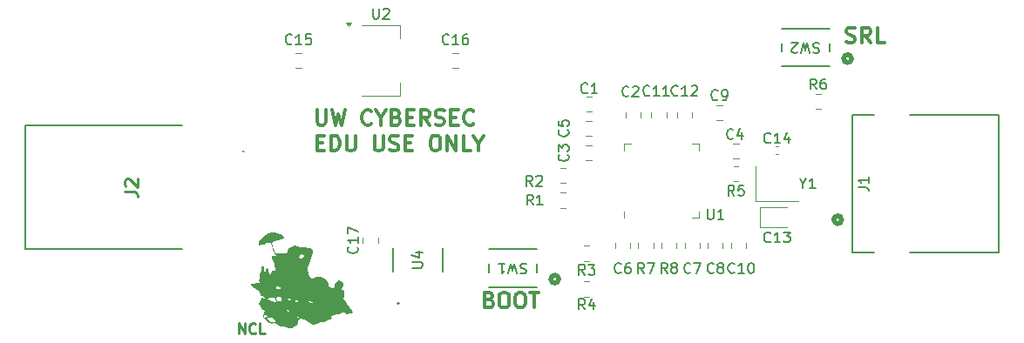
<source format=gbr>
%TF.GenerationSoftware,KiCad,Pcbnew,9.0.6*%
%TF.CreationDate,2026-01-01T04:38:27-06:00*%
%TF.ProjectId,2040Listener,32303430-4c69-4737-9465-6e65722e6b69,rev?*%
%TF.SameCoordinates,Original*%
%TF.FileFunction,Legend,Top*%
%TF.FilePolarity,Positive*%
%FSLAX46Y46*%
G04 Gerber Fmt 4.6, Leading zero omitted, Abs format (unit mm)*
G04 Created by KiCad (PCBNEW 9.0.6) date 2026-01-01 04:38:27*
%MOMM*%
%LPD*%
G01*
G04 APERTURE LIST*
%ADD10C,0.300000*%
%ADD11C,0.250000*%
%ADD12C,0.254000*%
%ADD13C,0.150000*%
%ADD14C,0.200000*%
%ADD15C,0.100000*%
%ADD16C,0.120000*%
%ADD17C,0.000000*%
%ADD18C,0.508000*%
%ADD19C,0.152400*%
%ADD20C,0.127000*%
G04 APERTURE END LIST*
D10*
X112804510Y-63015114D02*
X113304510Y-63015114D01*
X113518796Y-63800828D02*
X112804510Y-63800828D01*
X112804510Y-63800828D02*
X112804510Y-62300828D01*
X112804510Y-62300828D02*
X113518796Y-62300828D01*
X114161653Y-63800828D02*
X114161653Y-62300828D01*
X114161653Y-62300828D02*
X114518796Y-62300828D01*
X114518796Y-62300828D02*
X114733082Y-62372257D01*
X114733082Y-62372257D02*
X114875939Y-62515114D01*
X114875939Y-62515114D02*
X114947368Y-62657971D01*
X114947368Y-62657971D02*
X115018796Y-62943685D01*
X115018796Y-62943685D02*
X115018796Y-63157971D01*
X115018796Y-63157971D02*
X114947368Y-63443685D01*
X114947368Y-63443685D02*
X114875939Y-63586542D01*
X114875939Y-63586542D02*
X114733082Y-63729400D01*
X114733082Y-63729400D02*
X114518796Y-63800828D01*
X114518796Y-63800828D02*
X114161653Y-63800828D01*
X115661653Y-62300828D02*
X115661653Y-63515114D01*
X115661653Y-63515114D02*
X115733082Y-63657971D01*
X115733082Y-63657971D02*
X115804511Y-63729400D01*
X115804511Y-63729400D02*
X115947368Y-63800828D01*
X115947368Y-63800828D02*
X116233082Y-63800828D01*
X116233082Y-63800828D02*
X116375939Y-63729400D01*
X116375939Y-63729400D02*
X116447368Y-63657971D01*
X116447368Y-63657971D02*
X116518796Y-63515114D01*
X116518796Y-63515114D02*
X116518796Y-62300828D01*
X118375939Y-62300828D02*
X118375939Y-63515114D01*
X118375939Y-63515114D02*
X118447368Y-63657971D01*
X118447368Y-63657971D02*
X118518797Y-63729400D01*
X118518797Y-63729400D02*
X118661654Y-63800828D01*
X118661654Y-63800828D02*
X118947368Y-63800828D01*
X118947368Y-63800828D02*
X119090225Y-63729400D01*
X119090225Y-63729400D02*
X119161654Y-63657971D01*
X119161654Y-63657971D02*
X119233082Y-63515114D01*
X119233082Y-63515114D02*
X119233082Y-62300828D01*
X119875940Y-63729400D02*
X120090226Y-63800828D01*
X120090226Y-63800828D02*
X120447368Y-63800828D01*
X120447368Y-63800828D02*
X120590226Y-63729400D01*
X120590226Y-63729400D02*
X120661654Y-63657971D01*
X120661654Y-63657971D02*
X120733083Y-63515114D01*
X120733083Y-63515114D02*
X120733083Y-63372257D01*
X120733083Y-63372257D02*
X120661654Y-63229400D01*
X120661654Y-63229400D02*
X120590226Y-63157971D01*
X120590226Y-63157971D02*
X120447368Y-63086542D01*
X120447368Y-63086542D02*
X120161654Y-63015114D01*
X120161654Y-63015114D02*
X120018797Y-62943685D01*
X120018797Y-62943685D02*
X119947368Y-62872257D01*
X119947368Y-62872257D02*
X119875940Y-62729400D01*
X119875940Y-62729400D02*
X119875940Y-62586542D01*
X119875940Y-62586542D02*
X119947368Y-62443685D01*
X119947368Y-62443685D02*
X120018797Y-62372257D01*
X120018797Y-62372257D02*
X120161654Y-62300828D01*
X120161654Y-62300828D02*
X120518797Y-62300828D01*
X120518797Y-62300828D02*
X120733083Y-62372257D01*
X121375939Y-63015114D02*
X121875939Y-63015114D01*
X122090225Y-63800828D02*
X121375939Y-63800828D01*
X121375939Y-63800828D02*
X121375939Y-62300828D01*
X121375939Y-62300828D02*
X122090225Y-62300828D01*
X124161654Y-62300828D02*
X124447368Y-62300828D01*
X124447368Y-62300828D02*
X124590225Y-62372257D01*
X124590225Y-62372257D02*
X124733082Y-62515114D01*
X124733082Y-62515114D02*
X124804511Y-62800828D01*
X124804511Y-62800828D02*
X124804511Y-63300828D01*
X124804511Y-63300828D02*
X124733082Y-63586542D01*
X124733082Y-63586542D02*
X124590225Y-63729400D01*
X124590225Y-63729400D02*
X124447368Y-63800828D01*
X124447368Y-63800828D02*
X124161654Y-63800828D01*
X124161654Y-63800828D02*
X124018797Y-63729400D01*
X124018797Y-63729400D02*
X123875939Y-63586542D01*
X123875939Y-63586542D02*
X123804511Y-63300828D01*
X123804511Y-63300828D02*
X123804511Y-62800828D01*
X123804511Y-62800828D02*
X123875939Y-62515114D01*
X123875939Y-62515114D02*
X124018797Y-62372257D01*
X124018797Y-62372257D02*
X124161654Y-62300828D01*
X125447368Y-63800828D02*
X125447368Y-62300828D01*
X125447368Y-62300828D02*
X126304511Y-63800828D01*
X126304511Y-63800828D02*
X126304511Y-62300828D01*
X127733083Y-63800828D02*
X127018797Y-63800828D01*
X127018797Y-63800828D02*
X127018797Y-62300828D01*
X128518798Y-63086542D02*
X128518798Y-63800828D01*
X128018798Y-62300828D02*
X128518798Y-63086542D01*
X128518798Y-63086542D02*
X129018798Y-62300828D01*
D11*
X105202568Y-81564619D02*
X105202568Y-80564619D01*
X105202568Y-80564619D02*
X105773996Y-81564619D01*
X105773996Y-81564619D02*
X105773996Y-80564619D01*
X106821615Y-81469380D02*
X106773996Y-81517000D01*
X106773996Y-81517000D02*
X106631139Y-81564619D01*
X106631139Y-81564619D02*
X106535901Y-81564619D01*
X106535901Y-81564619D02*
X106393044Y-81517000D01*
X106393044Y-81517000D02*
X106297806Y-81421761D01*
X106297806Y-81421761D02*
X106250187Y-81326523D01*
X106250187Y-81326523D02*
X106202568Y-81136047D01*
X106202568Y-81136047D02*
X106202568Y-80993190D01*
X106202568Y-80993190D02*
X106250187Y-80802714D01*
X106250187Y-80802714D02*
X106297806Y-80707476D01*
X106297806Y-80707476D02*
X106393044Y-80612238D01*
X106393044Y-80612238D02*
X106535901Y-80564619D01*
X106535901Y-80564619D02*
X106631139Y-80564619D01*
X106631139Y-80564619D02*
X106773996Y-80612238D01*
X106773996Y-80612238D02*
X106821615Y-80659857D01*
X107726377Y-81564619D02*
X107250187Y-81564619D01*
X107250187Y-81564619D02*
X107250187Y-80564619D01*
D10*
X112804510Y-59800828D02*
X112804510Y-61015114D01*
X112804510Y-61015114D02*
X112875939Y-61157971D01*
X112875939Y-61157971D02*
X112947368Y-61229400D01*
X112947368Y-61229400D02*
X113090225Y-61300828D01*
X113090225Y-61300828D02*
X113375939Y-61300828D01*
X113375939Y-61300828D02*
X113518796Y-61229400D01*
X113518796Y-61229400D02*
X113590225Y-61157971D01*
X113590225Y-61157971D02*
X113661653Y-61015114D01*
X113661653Y-61015114D02*
X113661653Y-59800828D01*
X114233082Y-59800828D02*
X114590225Y-61300828D01*
X114590225Y-61300828D02*
X114875939Y-60229400D01*
X114875939Y-60229400D02*
X115161654Y-61300828D01*
X115161654Y-61300828D02*
X115518797Y-59800828D01*
X118090225Y-61157971D02*
X118018797Y-61229400D01*
X118018797Y-61229400D02*
X117804511Y-61300828D01*
X117804511Y-61300828D02*
X117661654Y-61300828D01*
X117661654Y-61300828D02*
X117447368Y-61229400D01*
X117447368Y-61229400D02*
X117304511Y-61086542D01*
X117304511Y-61086542D02*
X117233082Y-60943685D01*
X117233082Y-60943685D02*
X117161654Y-60657971D01*
X117161654Y-60657971D02*
X117161654Y-60443685D01*
X117161654Y-60443685D02*
X117233082Y-60157971D01*
X117233082Y-60157971D02*
X117304511Y-60015114D01*
X117304511Y-60015114D02*
X117447368Y-59872257D01*
X117447368Y-59872257D02*
X117661654Y-59800828D01*
X117661654Y-59800828D02*
X117804511Y-59800828D01*
X117804511Y-59800828D02*
X118018797Y-59872257D01*
X118018797Y-59872257D02*
X118090225Y-59943685D01*
X119018797Y-60586542D02*
X119018797Y-61300828D01*
X118518797Y-59800828D02*
X119018797Y-60586542D01*
X119018797Y-60586542D02*
X119518797Y-59800828D01*
X120518796Y-60515114D02*
X120733082Y-60586542D01*
X120733082Y-60586542D02*
X120804511Y-60657971D01*
X120804511Y-60657971D02*
X120875939Y-60800828D01*
X120875939Y-60800828D02*
X120875939Y-61015114D01*
X120875939Y-61015114D02*
X120804511Y-61157971D01*
X120804511Y-61157971D02*
X120733082Y-61229400D01*
X120733082Y-61229400D02*
X120590225Y-61300828D01*
X120590225Y-61300828D02*
X120018796Y-61300828D01*
X120018796Y-61300828D02*
X120018796Y-59800828D01*
X120018796Y-59800828D02*
X120518796Y-59800828D01*
X120518796Y-59800828D02*
X120661654Y-59872257D01*
X120661654Y-59872257D02*
X120733082Y-59943685D01*
X120733082Y-59943685D02*
X120804511Y-60086542D01*
X120804511Y-60086542D02*
X120804511Y-60229400D01*
X120804511Y-60229400D02*
X120733082Y-60372257D01*
X120733082Y-60372257D02*
X120661654Y-60443685D01*
X120661654Y-60443685D02*
X120518796Y-60515114D01*
X120518796Y-60515114D02*
X120018796Y-60515114D01*
X121518796Y-60515114D02*
X122018796Y-60515114D01*
X122233082Y-61300828D02*
X121518796Y-61300828D01*
X121518796Y-61300828D02*
X121518796Y-59800828D01*
X121518796Y-59800828D02*
X122233082Y-59800828D01*
X123733082Y-61300828D02*
X123233082Y-60586542D01*
X122875939Y-61300828D02*
X122875939Y-59800828D01*
X122875939Y-59800828D02*
X123447368Y-59800828D01*
X123447368Y-59800828D02*
X123590225Y-59872257D01*
X123590225Y-59872257D02*
X123661654Y-59943685D01*
X123661654Y-59943685D02*
X123733082Y-60086542D01*
X123733082Y-60086542D02*
X123733082Y-60300828D01*
X123733082Y-60300828D02*
X123661654Y-60443685D01*
X123661654Y-60443685D02*
X123590225Y-60515114D01*
X123590225Y-60515114D02*
X123447368Y-60586542D01*
X123447368Y-60586542D02*
X122875939Y-60586542D01*
X124304511Y-61229400D02*
X124518797Y-61300828D01*
X124518797Y-61300828D02*
X124875939Y-61300828D01*
X124875939Y-61300828D02*
X125018797Y-61229400D01*
X125018797Y-61229400D02*
X125090225Y-61157971D01*
X125090225Y-61157971D02*
X125161654Y-61015114D01*
X125161654Y-61015114D02*
X125161654Y-60872257D01*
X125161654Y-60872257D02*
X125090225Y-60729400D01*
X125090225Y-60729400D02*
X125018797Y-60657971D01*
X125018797Y-60657971D02*
X124875939Y-60586542D01*
X124875939Y-60586542D02*
X124590225Y-60515114D01*
X124590225Y-60515114D02*
X124447368Y-60443685D01*
X124447368Y-60443685D02*
X124375939Y-60372257D01*
X124375939Y-60372257D02*
X124304511Y-60229400D01*
X124304511Y-60229400D02*
X124304511Y-60086542D01*
X124304511Y-60086542D02*
X124375939Y-59943685D01*
X124375939Y-59943685D02*
X124447368Y-59872257D01*
X124447368Y-59872257D02*
X124590225Y-59800828D01*
X124590225Y-59800828D02*
X124947368Y-59800828D01*
X124947368Y-59800828D02*
X125161654Y-59872257D01*
X125804510Y-60515114D02*
X126304510Y-60515114D01*
X126518796Y-61300828D02*
X125804510Y-61300828D01*
X125804510Y-61300828D02*
X125804510Y-59800828D01*
X125804510Y-59800828D02*
X126518796Y-59800828D01*
X128018796Y-61157971D02*
X127947368Y-61229400D01*
X127947368Y-61229400D02*
X127733082Y-61300828D01*
X127733082Y-61300828D02*
X127590225Y-61300828D01*
X127590225Y-61300828D02*
X127375939Y-61229400D01*
X127375939Y-61229400D02*
X127233082Y-61086542D01*
X127233082Y-61086542D02*
X127161653Y-60943685D01*
X127161653Y-60943685D02*
X127090225Y-60657971D01*
X127090225Y-60657971D02*
X127090225Y-60443685D01*
X127090225Y-60443685D02*
X127161653Y-60157971D01*
X127161653Y-60157971D02*
X127233082Y-60015114D01*
X127233082Y-60015114D02*
X127375939Y-59872257D01*
X127375939Y-59872257D02*
X127590225Y-59800828D01*
X127590225Y-59800828D02*
X127733082Y-59800828D01*
X127733082Y-59800828D02*
X127947368Y-59872257D01*
X127947368Y-59872257D02*
X128018796Y-59943685D01*
X129554510Y-78265114D02*
X129768796Y-78336542D01*
X129768796Y-78336542D02*
X129840225Y-78407971D01*
X129840225Y-78407971D02*
X129911653Y-78550828D01*
X129911653Y-78550828D02*
X129911653Y-78765114D01*
X129911653Y-78765114D02*
X129840225Y-78907971D01*
X129840225Y-78907971D02*
X129768796Y-78979400D01*
X129768796Y-78979400D02*
X129625939Y-79050828D01*
X129625939Y-79050828D02*
X129054510Y-79050828D01*
X129054510Y-79050828D02*
X129054510Y-77550828D01*
X129054510Y-77550828D02*
X129554510Y-77550828D01*
X129554510Y-77550828D02*
X129697368Y-77622257D01*
X129697368Y-77622257D02*
X129768796Y-77693685D01*
X129768796Y-77693685D02*
X129840225Y-77836542D01*
X129840225Y-77836542D02*
X129840225Y-77979400D01*
X129840225Y-77979400D02*
X129768796Y-78122257D01*
X129768796Y-78122257D02*
X129697368Y-78193685D01*
X129697368Y-78193685D02*
X129554510Y-78265114D01*
X129554510Y-78265114D02*
X129054510Y-78265114D01*
X130840225Y-77550828D02*
X131125939Y-77550828D01*
X131125939Y-77550828D02*
X131268796Y-77622257D01*
X131268796Y-77622257D02*
X131411653Y-77765114D01*
X131411653Y-77765114D02*
X131483082Y-78050828D01*
X131483082Y-78050828D02*
X131483082Y-78550828D01*
X131483082Y-78550828D02*
X131411653Y-78836542D01*
X131411653Y-78836542D02*
X131268796Y-78979400D01*
X131268796Y-78979400D02*
X131125939Y-79050828D01*
X131125939Y-79050828D02*
X130840225Y-79050828D01*
X130840225Y-79050828D02*
X130697368Y-78979400D01*
X130697368Y-78979400D02*
X130554510Y-78836542D01*
X130554510Y-78836542D02*
X130483082Y-78550828D01*
X130483082Y-78550828D02*
X130483082Y-78050828D01*
X130483082Y-78050828D02*
X130554510Y-77765114D01*
X130554510Y-77765114D02*
X130697368Y-77622257D01*
X130697368Y-77622257D02*
X130840225Y-77550828D01*
X132411654Y-77550828D02*
X132697368Y-77550828D01*
X132697368Y-77550828D02*
X132840225Y-77622257D01*
X132840225Y-77622257D02*
X132983082Y-77765114D01*
X132983082Y-77765114D02*
X133054511Y-78050828D01*
X133054511Y-78050828D02*
X133054511Y-78550828D01*
X133054511Y-78550828D02*
X132983082Y-78836542D01*
X132983082Y-78836542D02*
X132840225Y-78979400D01*
X132840225Y-78979400D02*
X132697368Y-79050828D01*
X132697368Y-79050828D02*
X132411654Y-79050828D01*
X132411654Y-79050828D02*
X132268797Y-78979400D01*
X132268797Y-78979400D02*
X132125939Y-78836542D01*
X132125939Y-78836542D02*
X132054511Y-78550828D01*
X132054511Y-78550828D02*
X132054511Y-78050828D01*
X132054511Y-78050828D02*
X132125939Y-77765114D01*
X132125939Y-77765114D02*
X132268797Y-77622257D01*
X132268797Y-77622257D02*
X132411654Y-77550828D01*
X133483083Y-77550828D02*
X134340226Y-77550828D01*
X133911654Y-79050828D02*
X133911654Y-77550828D01*
X164233082Y-53229400D02*
X164447368Y-53300828D01*
X164447368Y-53300828D02*
X164804510Y-53300828D01*
X164804510Y-53300828D02*
X164947368Y-53229400D01*
X164947368Y-53229400D02*
X165018796Y-53157971D01*
X165018796Y-53157971D02*
X165090225Y-53015114D01*
X165090225Y-53015114D02*
X165090225Y-52872257D01*
X165090225Y-52872257D02*
X165018796Y-52729400D01*
X165018796Y-52729400D02*
X164947368Y-52657971D01*
X164947368Y-52657971D02*
X164804510Y-52586542D01*
X164804510Y-52586542D02*
X164518796Y-52515114D01*
X164518796Y-52515114D02*
X164375939Y-52443685D01*
X164375939Y-52443685D02*
X164304510Y-52372257D01*
X164304510Y-52372257D02*
X164233082Y-52229400D01*
X164233082Y-52229400D02*
X164233082Y-52086542D01*
X164233082Y-52086542D02*
X164304510Y-51943685D01*
X164304510Y-51943685D02*
X164375939Y-51872257D01*
X164375939Y-51872257D02*
X164518796Y-51800828D01*
X164518796Y-51800828D02*
X164875939Y-51800828D01*
X164875939Y-51800828D02*
X165090225Y-51872257D01*
X166590224Y-53300828D02*
X166090224Y-52586542D01*
X165733081Y-53300828D02*
X165733081Y-51800828D01*
X165733081Y-51800828D02*
X166304510Y-51800828D01*
X166304510Y-51800828D02*
X166447367Y-51872257D01*
X166447367Y-51872257D02*
X166518796Y-51943685D01*
X166518796Y-51943685D02*
X166590224Y-52086542D01*
X166590224Y-52086542D02*
X166590224Y-52300828D01*
X166590224Y-52300828D02*
X166518796Y-52443685D01*
X166518796Y-52443685D02*
X166447367Y-52515114D01*
X166447367Y-52515114D02*
X166304510Y-52586542D01*
X166304510Y-52586542D02*
X165733081Y-52586542D01*
X167947367Y-53300828D02*
X167233081Y-53300828D01*
X167233081Y-53300828D02*
X167233081Y-51800828D01*
D12*
X94104318Y-67773332D02*
X95011461Y-67773332D01*
X95011461Y-67773332D02*
X95192889Y-67833809D01*
X95192889Y-67833809D02*
X95313842Y-67954761D01*
X95313842Y-67954761D02*
X95374318Y-68136190D01*
X95374318Y-68136190D02*
X95374318Y-68257142D01*
X94225270Y-67229047D02*
X94164794Y-67168571D01*
X94164794Y-67168571D02*
X94104318Y-67047618D01*
X94104318Y-67047618D02*
X94104318Y-66745237D01*
X94104318Y-66745237D02*
X94164794Y-66624285D01*
X94164794Y-66624285D02*
X94225270Y-66563809D01*
X94225270Y-66563809D02*
X94346222Y-66503332D01*
X94346222Y-66503332D02*
X94467175Y-66503332D01*
X94467175Y-66503332D02*
X94648603Y-66563809D01*
X94648603Y-66563809D02*
X95374318Y-67289523D01*
X95374318Y-67289523D02*
X95374318Y-66503332D01*
D13*
X156857142Y-62949580D02*
X156809523Y-62997200D01*
X156809523Y-62997200D02*
X156666666Y-63044819D01*
X156666666Y-63044819D02*
X156571428Y-63044819D01*
X156571428Y-63044819D02*
X156428571Y-62997200D01*
X156428571Y-62997200D02*
X156333333Y-62901961D01*
X156333333Y-62901961D02*
X156285714Y-62806723D01*
X156285714Y-62806723D02*
X156238095Y-62616247D01*
X156238095Y-62616247D02*
X156238095Y-62473390D01*
X156238095Y-62473390D02*
X156285714Y-62282914D01*
X156285714Y-62282914D02*
X156333333Y-62187676D01*
X156333333Y-62187676D02*
X156428571Y-62092438D01*
X156428571Y-62092438D02*
X156571428Y-62044819D01*
X156571428Y-62044819D02*
X156666666Y-62044819D01*
X156666666Y-62044819D02*
X156809523Y-62092438D01*
X156809523Y-62092438D02*
X156857142Y-62140057D01*
X157809523Y-63044819D02*
X157238095Y-63044819D01*
X157523809Y-63044819D02*
X157523809Y-62044819D01*
X157523809Y-62044819D02*
X157428571Y-62187676D01*
X157428571Y-62187676D02*
X157333333Y-62282914D01*
X157333333Y-62282914D02*
X157238095Y-62330533D01*
X158666666Y-62378152D02*
X158666666Y-63044819D01*
X158428571Y-61997200D02*
X158190476Y-62711485D01*
X158190476Y-62711485D02*
X158809523Y-62711485D01*
X150738095Y-69454819D02*
X150738095Y-70264342D01*
X150738095Y-70264342D02*
X150785714Y-70359580D01*
X150785714Y-70359580D02*
X150833333Y-70407200D01*
X150833333Y-70407200D02*
X150928571Y-70454819D01*
X150928571Y-70454819D02*
X151119047Y-70454819D01*
X151119047Y-70454819D02*
X151214285Y-70407200D01*
X151214285Y-70407200D02*
X151261904Y-70359580D01*
X151261904Y-70359580D02*
X151309523Y-70264342D01*
X151309523Y-70264342D02*
X151309523Y-69454819D01*
X152309523Y-70454819D02*
X151738095Y-70454819D01*
X152023809Y-70454819D02*
X152023809Y-69454819D01*
X152023809Y-69454819D02*
X151928571Y-69597676D01*
X151928571Y-69597676D02*
X151833333Y-69692914D01*
X151833333Y-69692914D02*
X151738095Y-69740533D01*
X146833333Y-75704819D02*
X146500000Y-75228628D01*
X146261905Y-75704819D02*
X146261905Y-74704819D01*
X146261905Y-74704819D02*
X146642857Y-74704819D01*
X146642857Y-74704819D02*
X146738095Y-74752438D01*
X146738095Y-74752438D02*
X146785714Y-74800057D01*
X146785714Y-74800057D02*
X146833333Y-74895295D01*
X146833333Y-74895295D02*
X146833333Y-75038152D01*
X146833333Y-75038152D02*
X146785714Y-75133390D01*
X146785714Y-75133390D02*
X146738095Y-75181009D01*
X146738095Y-75181009D02*
X146642857Y-75228628D01*
X146642857Y-75228628D02*
X146261905Y-75228628D01*
X147404762Y-75133390D02*
X147309524Y-75085771D01*
X147309524Y-75085771D02*
X147261905Y-75038152D01*
X147261905Y-75038152D02*
X147214286Y-74942914D01*
X147214286Y-74942914D02*
X147214286Y-74895295D01*
X147214286Y-74895295D02*
X147261905Y-74800057D01*
X147261905Y-74800057D02*
X147309524Y-74752438D01*
X147309524Y-74752438D02*
X147404762Y-74704819D01*
X147404762Y-74704819D02*
X147595238Y-74704819D01*
X147595238Y-74704819D02*
X147690476Y-74752438D01*
X147690476Y-74752438D02*
X147738095Y-74800057D01*
X147738095Y-74800057D02*
X147785714Y-74895295D01*
X147785714Y-74895295D02*
X147785714Y-74942914D01*
X147785714Y-74942914D02*
X147738095Y-75038152D01*
X147738095Y-75038152D02*
X147690476Y-75085771D01*
X147690476Y-75085771D02*
X147595238Y-75133390D01*
X147595238Y-75133390D02*
X147404762Y-75133390D01*
X147404762Y-75133390D02*
X147309524Y-75181009D01*
X147309524Y-75181009D02*
X147261905Y-75228628D01*
X147261905Y-75228628D02*
X147214286Y-75323866D01*
X147214286Y-75323866D02*
X147214286Y-75514342D01*
X147214286Y-75514342D02*
X147261905Y-75609580D01*
X147261905Y-75609580D02*
X147309524Y-75657200D01*
X147309524Y-75657200D02*
X147404762Y-75704819D01*
X147404762Y-75704819D02*
X147595238Y-75704819D01*
X147595238Y-75704819D02*
X147690476Y-75657200D01*
X147690476Y-75657200D02*
X147738095Y-75609580D01*
X147738095Y-75609580D02*
X147785714Y-75514342D01*
X147785714Y-75514342D02*
X147785714Y-75323866D01*
X147785714Y-75323866D02*
X147738095Y-75228628D01*
X147738095Y-75228628D02*
X147690476Y-75181009D01*
X147690476Y-75181009D02*
X147595238Y-75133390D01*
X144583333Y-75704819D02*
X144250000Y-75228628D01*
X144011905Y-75704819D02*
X144011905Y-74704819D01*
X144011905Y-74704819D02*
X144392857Y-74704819D01*
X144392857Y-74704819D02*
X144488095Y-74752438D01*
X144488095Y-74752438D02*
X144535714Y-74800057D01*
X144535714Y-74800057D02*
X144583333Y-74895295D01*
X144583333Y-74895295D02*
X144583333Y-75038152D01*
X144583333Y-75038152D02*
X144535714Y-75133390D01*
X144535714Y-75133390D02*
X144488095Y-75181009D01*
X144488095Y-75181009D02*
X144392857Y-75228628D01*
X144392857Y-75228628D02*
X144011905Y-75228628D01*
X144916667Y-74704819D02*
X145583333Y-74704819D01*
X145583333Y-74704819D02*
X145154762Y-75704819D01*
X161583332Y-53342800D02*
X161440475Y-53295180D01*
X161440475Y-53295180D02*
X161202380Y-53295180D01*
X161202380Y-53295180D02*
X161107142Y-53342800D01*
X161107142Y-53342800D02*
X161059523Y-53390419D01*
X161059523Y-53390419D02*
X161011904Y-53485657D01*
X161011904Y-53485657D02*
X161011904Y-53580895D01*
X161011904Y-53580895D02*
X161059523Y-53676133D01*
X161059523Y-53676133D02*
X161107142Y-53723752D01*
X161107142Y-53723752D02*
X161202380Y-53771371D01*
X161202380Y-53771371D02*
X161392856Y-53818990D01*
X161392856Y-53818990D02*
X161488094Y-53866609D01*
X161488094Y-53866609D02*
X161535713Y-53914228D01*
X161535713Y-53914228D02*
X161583332Y-54009466D01*
X161583332Y-54009466D02*
X161583332Y-54104704D01*
X161583332Y-54104704D02*
X161535713Y-54199942D01*
X161535713Y-54199942D02*
X161488094Y-54247561D01*
X161488094Y-54247561D02*
X161392856Y-54295180D01*
X161392856Y-54295180D02*
X161154761Y-54295180D01*
X161154761Y-54295180D02*
X161011904Y-54247561D01*
X160678570Y-54295180D02*
X160440475Y-53295180D01*
X160440475Y-53295180D02*
X160249999Y-54009466D01*
X160249999Y-54009466D02*
X160059523Y-53295180D01*
X160059523Y-53295180D02*
X159821428Y-54295180D01*
X159488094Y-54199942D02*
X159440475Y-54247561D01*
X159440475Y-54247561D02*
X159345237Y-54295180D01*
X159345237Y-54295180D02*
X159107142Y-54295180D01*
X159107142Y-54295180D02*
X159011904Y-54247561D01*
X159011904Y-54247561D02*
X158964285Y-54199942D01*
X158964285Y-54199942D02*
X158916666Y-54104704D01*
X158916666Y-54104704D02*
X158916666Y-54009466D01*
X158916666Y-54009466D02*
X158964285Y-53866609D01*
X158964285Y-53866609D02*
X159535713Y-53295180D01*
X159535713Y-53295180D02*
X158916666Y-53295180D01*
X161333333Y-57804819D02*
X161000000Y-57328628D01*
X160761905Y-57804819D02*
X160761905Y-56804819D01*
X160761905Y-56804819D02*
X161142857Y-56804819D01*
X161142857Y-56804819D02*
X161238095Y-56852438D01*
X161238095Y-56852438D02*
X161285714Y-56900057D01*
X161285714Y-56900057D02*
X161333333Y-56995295D01*
X161333333Y-56995295D02*
X161333333Y-57138152D01*
X161333333Y-57138152D02*
X161285714Y-57233390D01*
X161285714Y-57233390D02*
X161238095Y-57281009D01*
X161238095Y-57281009D02*
X161142857Y-57328628D01*
X161142857Y-57328628D02*
X160761905Y-57328628D01*
X162190476Y-56804819D02*
X162000000Y-56804819D01*
X162000000Y-56804819D02*
X161904762Y-56852438D01*
X161904762Y-56852438D02*
X161857143Y-56900057D01*
X161857143Y-56900057D02*
X161761905Y-57042914D01*
X161761905Y-57042914D02*
X161714286Y-57233390D01*
X161714286Y-57233390D02*
X161714286Y-57614342D01*
X161714286Y-57614342D02*
X161761905Y-57709580D01*
X161761905Y-57709580D02*
X161809524Y-57757200D01*
X161809524Y-57757200D02*
X161904762Y-57804819D01*
X161904762Y-57804819D02*
X162095238Y-57804819D01*
X162095238Y-57804819D02*
X162190476Y-57757200D01*
X162190476Y-57757200D02*
X162238095Y-57709580D01*
X162238095Y-57709580D02*
X162285714Y-57614342D01*
X162285714Y-57614342D02*
X162285714Y-57376247D01*
X162285714Y-57376247D02*
X162238095Y-57281009D01*
X162238095Y-57281009D02*
X162190476Y-57233390D01*
X162190476Y-57233390D02*
X162095238Y-57185771D01*
X162095238Y-57185771D02*
X161904762Y-57185771D01*
X161904762Y-57185771D02*
X161809524Y-57233390D01*
X161809524Y-57233390D02*
X161761905Y-57281009D01*
X161761905Y-57281009D02*
X161714286Y-57376247D01*
X143083333Y-58409580D02*
X143035714Y-58457200D01*
X143035714Y-58457200D02*
X142892857Y-58504819D01*
X142892857Y-58504819D02*
X142797619Y-58504819D01*
X142797619Y-58504819D02*
X142654762Y-58457200D01*
X142654762Y-58457200D02*
X142559524Y-58361961D01*
X142559524Y-58361961D02*
X142511905Y-58266723D01*
X142511905Y-58266723D02*
X142464286Y-58076247D01*
X142464286Y-58076247D02*
X142464286Y-57933390D01*
X142464286Y-57933390D02*
X142511905Y-57742914D01*
X142511905Y-57742914D02*
X142559524Y-57647676D01*
X142559524Y-57647676D02*
X142654762Y-57552438D01*
X142654762Y-57552438D02*
X142797619Y-57504819D01*
X142797619Y-57504819D02*
X142892857Y-57504819D01*
X142892857Y-57504819D02*
X143035714Y-57552438D01*
X143035714Y-57552438D02*
X143083333Y-57600057D01*
X143464286Y-57600057D02*
X143511905Y-57552438D01*
X143511905Y-57552438D02*
X143607143Y-57504819D01*
X143607143Y-57504819D02*
X143845238Y-57504819D01*
X143845238Y-57504819D02*
X143940476Y-57552438D01*
X143940476Y-57552438D02*
X143988095Y-57600057D01*
X143988095Y-57600057D02*
X144035714Y-57695295D01*
X144035714Y-57695295D02*
X144035714Y-57790533D01*
X144035714Y-57790533D02*
X143988095Y-57933390D01*
X143988095Y-57933390D02*
X143416667Y-58504819D01*
X143416667Y-58504819D02*
X144035714Y-58504819D01*
X137159580Y-61766666D02*
X137207200Y-61814285D01*
X137207200Y-61814285D02*
X137254819Y-61957142D01*
X137254819Y-61957142D02*
X137254819Y-62052380D01*
X137254819Y-62052380D02*
X137207200Y-62195237D01*
X137207200Y-62195237D02*
X137111961Y-62290475D01*
X137111961Y-62290475D02*
X137016723Y-62338094D01*
X137016723Y-62338094D02*
X136826247Y-62385713D01*
X136826247Y-62385713D02*
X136683390Y-62385713D01*
X136683390Y-62385713D02*
X136492914Y-62338094D01*
X136492914Y-62338094D02*
X136397676Y-62290475D01*
X136397676Y-62290475D02*
X136302438Y-62195237D01*
X136302438Y-62195237D02*
X136254819Y-62052380D01*
X136254819Y-62052380D02*
X136254819Y-61957142D01*
X136254819Y-61957142D02*
X136302438Y-61814285D01*
X136302438Y-61814285D02*
X136350057Y-61766666D01*
X136254819Y-60861904D02*
X136254819Y-61338094D01*
X136254819Y-61338094D02*
X136731009Y-61385713D01*
X136731009Y-61385713D02*
X136683390Y-61338094D01*
X136683390Y-61338094D02*
X136635771Y-61242856D01*
X136635771Y-61242856D02*
X136635771Y-61004761D01*
X136635771Y-61004761D02*
X136683390Y-60909523D01*
X136683390Y-60909523D02*
X136731009Y-60861904D01*
X136731009Y-60861904D02*
X136826247Y-60814285D01*
X136826247Y-60814285D02*
X137064342Y-60814285D01*
X137064342Y-60814285D02*
X137159580Y-60861904D01*
X137159580Y-60861904D02*
X137207200Y-60909523D01*
X137207200Y-60909523D02*
X137254819Y-61004761D01*
X137254819Y-61004761D02*
X137254819Y-61242856D01*
X137254819Y-61242856D02*
X137207200Y-61338094D01*
X137207200Y-61338094D02*
X137159580Y-61385713D01*
X122054819Y-75161904D02*
X122864342Y-75161904D01*
X122864342Y-75161904D02*
X122959580Y-75114285D01*
X122959580Y-75114285D02*
X123007200Y-75066666D01*
X123007200Y-75066666D02*
X123054819Y-74971428D01*
X123054819Y-74971428D02*
X123054819Y-74780952D01*
X123054819Y-74780952D02*
X123007200Y-74685714D01*
X123007200Y-74685714D02*
X122959580Y-74638095D01*
X122959580Y-74638095D02*
X122864342Y-74590476D01*
X122864342Y-74590476D02*
X122054819Y-74590476D01*
X122388152Y-73685714D02*
X123054819Y-73685714D01*
X122007200Y-73923809D02*
X122721485Y-74161904D01*
X122721485Y-74161904D02*
X122721485Y-73542857D01*
X133133332Y-74792800D02*
X132990475Y-74745180D01*
X132990475Y-74745180D02*
X132752380Y-74745180D01*
X132752380Y-74745180D02*
X132657142Y-74792800D01*
X132657142Y-74792800D02*
X132609523Y-74840419D01*
X132609523Y-74840419D02*
X132561904Y-74935657D01*
X132561904Y-74935657D02*
X132561904Y-75030895D01*
X132561904Y-75030895D02*
X132609523Y-75126133D01*
X132609523Y-75126133D02*
X132657142Y-75173752D01*
X132657142Y-75173752D02*
X132752380Y-75221371D01*
X132752380Y-75221371D02*
X132942856Y-75268990D01*
X132942856Y-75268990D02*
X133038094Y-75316609D01*
X133038094Y-75316609D02*
X133085713Y-75364228D01*
X133085713Y-75364228D02*
X133133332Y-75459466D01*
X133133332Y-75459466D02*
X133133332Y-75554704D01*
X133133332Y-75554704D02*
X133085713Y-75649942D01*
X133085713Y-75649942D02*
X133038094Y-75697561D01*
X133038094Y-75697561D02*
X132942856Y-75745180D01*
X132942856Y-75745180D02*
X132704761Y-75745180D01*
X132704761Y-75745180D02*
X132561904Y-75697561D01*
X132228570Y-75745180D02*
X131990475Y-74745180D01*
X131990475Y-74745180D02*
X131799999Y-75459466D01*
X131799999Y-75459466D02*
X131609523Y-74745180D01*
X131609523Y-74745180D02*
X131371428Y-75745180D01*
X130466666Y-74745180D02*
X131038094Y-74745180D01*
X130752380Y-74745180D02*
X130752380Y-75745180D01*
X130752380Y-75745180D02*
X130847618Y-75602323D01*
X130847618Y-75602323D02*
X130942856Y-75507085D01*
X130942856Y-75507085D02*
X131038094Y-75459466D01*
X160023809Y-66978628D02*
X160023809Y-67454819D01*
X159690476Y-66454819D02*
X160023809Y-66978628D01*
X160023809Y-66978628D02*
X160357142Y-66454819D01*
X161214285Y-67454819D02*
X160642857Y-67454819D01*
X160928571Y-67454819D02*
X160928571Y-66454819D01*
X160928571Y-66454819D02*
X160833333Y-66597676D01*
X160833333Y-66597676D02*
X160738095Y-66692914D01*
X160738095Y-66692914D02*
X160642857Y-66740533D01*
X118238095Y-49954819D02*
X118238095Y-50764342D01*
X118238095Y-50764342D02*
X118285714Y-50859580D01*
X118285714Y-50859580D02*
X118333333Y-50907200D01*
X118333333Y-50907200D02*
X118428571Y-50954819D01*
X118428571Y-50954819D02*
X118619047Y-50954819D01*
X118619047Y-50954819D02*
X118714285Y-50907200D01*
X118714285Y-50907200D02*
X118761904Y-50859580D01*
X118761904Y-50859580D02*
X118809523Y-50764342D01*
X118809523Y-50764342D02*
X118809523Y-49954819D01*
X119238095Y-50050057D02*
X119285714Y-50002438D01*
X119285714Y-50002438D02*
X119380952Y-49954819D01*
X119380952Y-49954819D02*
X119619047Y-49954819D01*
X119619047Y-49954819D02*
X119714285Y-50002438D01*
X119714285Y-50002438D02*
X119761904Y-50050057D01*
X119761904Y-50050057D02*
X119809523Y-50145295D01*
X119809523Y-50145295D02*
X119809523Y-50240533D01*
X119809523Y-50240533D02*
X119761904Y-50383390D01*
X119761904Y-50383390D02*
X119190476Y-50954819D01*
X119190476Y-50954819D02*
X119809523Y-50954819D01*
X153333333Y-68154819D02*
X153000000Y-67678628D01*
X152761905Y-68154819D02*
X152761905Y-67154819D01*
X152761905Y-67154819D02*
X153142857Y-67154819D01*
X153142857Y-67154819D02*
X153238095Y-67202438D01*
X153238095Y-67202438D02*
X153285714Y-67250057D01*
X153285714Y-67250057D02*
X153333333Y-67345295D01*
X153333333Y-67345295D02*
X153333333Y-67488152D01*
X153333333Y-67488152D02*
X153285714Y-67583390D01*
X153285714Y-67583390D02*
X153238095Y-67631009D01*
X153238095Y-67631009D02*
X153142857Y-67678628D01*
X153142857Y-67678628D02*
X152761905Y-67678628D01*
X154238095Y-67154819D02*
X153761905Y-67154819D01*
X153761905Y-67154819D02*
X153714286Y-67631009D01*
X153714286Y-67631009D02*
X153761905Y-67583390D01*
X153761905Y-67583390D02*
X153857143Y-67535771D01*
X153857143Y-67535771D02*
X154095238Y-67535771D01*
X154095238Y-67535771D02*
X154190476Y-67583390D01*
X154190476Y-67583390D02*
X154238095Y-67631009D01*
X154238095Y-67631009D02*
X154285714Y-67726247D01*
X154285714Y-67726247D02*
X154285714Y-67964342D01*
X154285714Y-67964342D02*
X154238095Y-68059580D01*
X154238095Y-68059580D02*
X154190476Y-68107200D01*
X154190476Y-68107200D02*
X154095238Y-68154819D01*
X154095238Y-68154819D02*
X153857143Y-68154819D01*
X153857143Y-68154819D02*
X153761905Y-68107200D01*
X153761905Y-68107200D02*
X153714286Y-68059580D01*
X138833333Y-79204819D02*
X138500000Y-78728628D01*
X138261905Y-79204819D02*
X138261905Y-78204819D01*
X138261905Y-78204819D02*
X138642857Y-78204819D01*
X138642857Y-78204819D02*
X138738095Y-78252438D01*
X138738095Y-78252438D02*
X138785714Y-78300057D01*
X138785714Y-78300057D02*
X138833333Y-78395295D01*
X138833333Y-78395295D02*
X138833333Y-78538152D01*
X138833333Y-78538152D02*
X138785714Y-78633390D01*
X138785714Y-78633390D02*
X138738095Y-78681009D01*
X138738095Y-78681009D02*
X138642857Y-78728628D01*
X138642857Y-78728628D02*
X138261905Y-78728628D01*
X139690476Y-78538152D02*
X139690476Y-79204819D01*
X139452381Y-78157200D02*
X139214286Y-78871485D01*
X139214286Y-78871485D02*
X139833333Y-78871485D01*
X138833333Y-75854819D02*
X138500000Y-75378628D01*
X138261905Y-75854819D02*
X138261905Y-74854819D01*
X138261905Y-74854819D02*
X138642857Y-74854819D01*
X138642857Y-74854819D02*
X138738095Y-74902438D01*
X138738095Y-74902438D02*
X138785714Y-74950057D01*
X138785714Y-74950057D02*
X138833333Y-75045295D01*
X138833333Y-75045295D02*
X138833333Y-75188152D01*
X138833333Y-75188152D02*
X138785714Y-75283390D01*
X138785714Y-75283390D02*
X138738095Y-75331009D01*
X138738095Y-75331009D02*
X138642857Y-75378628D01*
X138642857Y-75378628D02*
X138261905Y-75378628D01*
X139166667Y-74854819D02*
X139785714Y-74854819D01*
X139785714Y-74854819D02*
X139452381Y-75235771D01*
X139452381Y-75235771D02*
X139595238Y-75235771D01*
X139595238Y-75235771D02*
X139690476Y-75283390D01*
X139690476Y-75283390D02*
X139738095Y-75331009D01*
X139738095Y-75331009D02*
X139785714Y-75426247D01*
X139785714Y-75426247D02*
X139785714Y-75664342D01*
X139785714Y-75664342D02*
X139738095Y-75759580D01*
X139738095Y-75759580D02*
X139690476Y-75807200D01*
X139690476Y-75807200D02*
X139595238Y-75854819D01*
X139595238Y-75854819D02*
X139309524Y-75854819D01*
X139309524Y-75854819D02*
X139214286Y-75807200D01*
X139214286Y-75807200D02*
X139166667Y-75759580D01*
X133733333Y-67204819D02*
X133400000Y-66728628D01*
X133161905Y-67204819D02*
X133161905Y-66204819D01*
X133161905Y-66204819D02*
X133542857Y-66204819D01*
X133542857Y-66204819D02*
X133638095Y-66252438D01*
X133638095Y-66252438D02*
X133685714Y-66300057D01*
X133685714Y-66300057D02*
X133733333Y-66395295D01*
X133733333Y-66395295D02*
X133733333Y-66538152D01*
X133733333Y-66538152D02*
X133685714Y-66633390D01*
X133685714Y-66633390D02*
X133638095Y-66681009D01*
X133638095Y-66681009D02*
X133542857Y-66728628D01*
X133542857Y-66728628D02*
X133161905Y-66728628D01*
X134114286Y-66300057D02*
X134161905Y-66252438D01*
X134161905Y-66252438D02*
X134257143Y-66204819D01*
X134257143Y-66204819D02*
X134495238Y-66204819D01*
X134495238Y-66204819D02*
X134590476Y-66252438D01*
X134590476Y-66252438D02*
X134638095Y-66300057D01*
X134638095Y-66300057D02*
X134685714Y-66395295D01*
X134685714Y-66395295D02*
X134685714Y-66490533D01*
X134685714Y-66490533D02*
X134638095Y-66633390D01*
X134638095Y-66633390D02*
X134066667Y-67204819D01*
X134066667Y-67204819D02*
X134685714Y-67204819D01*
X133783333Y-69054819D02*
X133450000Y-68578628D01*
X133211905Y-69054819D02*
X133211905Y-68054819D01*
X133211905Y-68054819D02*
X133592857Y-68054819D01*
X133592857Y-68054819D02*
X133688095Y-68102438D01*
X133688095Y-68102438D02*
X133735714Y-68150057D01*
X133735714Y-68150057D02*
X133783333Y-68245295D01*
X133783333Y-68245295D02*
X133783333Y-68388152D01*
X133783333Y-68388152D02*
X133735714Y-68483390D01*
X133735714Y-68483390D02*
X133688095Y-68531009D01*
X133688095Y-68531009D02*
X133592857Y-68578628D01*
X133592857Y-68578628D02*
X133211905Y-68578628D01*
X134735714Y-69054819D02*
X134164286Y-69054819D01*
X134450000Y-69054819D02*
X134450000Y-68054819D01*
X134450000Y-68054819D02*
X134354762Y-68197676D01*
X134354762Y-68197676D02*
X134259524Y-68292914D01*
X134259524Y-68292914D02*
X134164286Y-68340533D01*
X165384519Y-67325833D02*
X166098804Y-67325833D01*
X166098804Y-67325833D02*
X166241661Y-67373452D01*
X166241661Y-67373452D02*
X166336900Y-67468690D01*
X166336900Y-67468690D02*
X166384519Y-67611547D01*
X166384519Y-67611547D02*
X166384519Y-67706785D01*
X166384519Y-66325833D02*
X166384519Y-66897261D01*
X166384519Y-66611547D02*
X165384519Y-66611547D01*
X165384519Y-66611547D02*
X165527376Y-66706785D01*
X165527376Y-66706785D02*
X165622614Y-66802023D01*
X165622614Y-66802023D02*
X165670233Y-66897261D01*
X116679580Y-73142857D02*
X116727200Y-73190476D01*
X116727200Y-73190476D02*
X116774819Y-73333333D01*
X116774819Y-73333333D02*
X116774819Y-73428571D01*
X116774819Y-73428571D02*
X116727200Y-73571428D01*
X116727200Y-73571428D02*
X116631961Y-73666666D01*
X116631961Y-73666666D02*
X116536723Y-73714285D01*
X116536723Y-73714285D02*
X116346247Y-73761904D01*
X116346247Y-73761904D02*
X116203390Y-73761904D01*
X116203390Y-73761904D02*
X116012914Y-73714285D01*
X116012914Y-73714285D02*
X115917676Y-73666666D01*
X115917676Y-73666666D02*
X115822438Y-73571428D01*
X115822438Y-73571428D02*
X115774819Y-73428571D01*
X115774819Y-73428571D02*
X115774819Y-73333333D01*
X115774819Y-73333333D02*
X115822438Y-73190476D01*
X115822438Y-73190476D02*
X115870057Y-73142857D01*
X116774819Y-72190476D02*
X116774819Y-72761904D01*
X116774819Y-72476190D02*
X115774819Y-72476190D01*
X115774819Y-72476190D02*
X115917676Y-72571428D01*
X115917676Y-72571428D02*
X116012914Y-72666666D01*
X116012914Y-72666666D02*
X116060533Y-72761904D01*
X115774819Y-71857142D02*
X115774819Y-71190476D01*
X115774819Y-71190476D02*
X116774819Y-71619047D01*
X125607142Y-53359580D02*
X125559523Y-53407200D01*
X125559523Y-53407200D02*
X125416666Y-53454819D01*
X125416666Y-53454819D02*
X125321428Y-53454819D01*
X125321428Y-53454819D02*
X125178571Y-53407200D01*
X125178571Y-53407200D02*
X125083333Y-53311961D01*
X125083333Y-53311961D02*
X125035714Y-53216723D01*
X125035714Y-53216723D02*
X124988095Y-53026247D01*
X124988095Y-53026247D02*
X124988095Y-52883390D01*
X124988095Y-52883390D02*
X125035714Y-52692914D01*
X125035714Y-52692914D02*
X125083333Y-52597676D01*
X125083333Y-52597676D02*
X125178571Y-52502438D01*
X125178571Y-52502438D02*
X125321428Y-52454819D01*
X125321428Y-52454819D02*
X125416666Y-52454819D01*
X125416666Y-52454819D02*
X125559523Y-52502438D01*
X125559523Y-52502438D02*
X125607142Y-52550057D01*
X126559523Y-53454819D02*
X125988095Y-53454819D01*
X126273809Y-53454819D02*
X126273809Y-52454819D01*
X126273809Y-52454819D02*
X126178571Y-52597676D01*
X126178571Y-52597676D02*
X126083333Y-52692914D01*
X126083333Y-52692914D02*
X125988095Y-52740533D01*
X127416666Y-52454819D02*
X127226190Y-52454819D01*
X127226190Y-52454819D02*
X127130952Y-52502438D01*
X127130952Y-52502438D02*
X127083333Y-52550057D01*
X127083333Y-52550057D02*
X126988095Y-52692914D01*
X126988095Y-52692914D02*
X126940476Y-52883390D01*
X126940476Y-52883390D02*
X126940476Y-53264342D01*
X126940476Y-53264342D02*
X126988095Y-53359580D01*
X126988095Y-53359580D02*
X127035714Y-53407200D01*
X127035714Y-53407200D02*
X127130952Y-53454819D01*
X127130952Y-53454819D02*
X127321428Y-53454819D01*
X127321428Y-53454819D02*
X127416666Y-53407200D01*
X127416666Y-53407200D02*
X127464285Y-53359580D01*
X127464285Y-53359580D02*
X127511904Y-53264342D01*
X127511904Y-53264342D02*
X127511904Y-53026247D01*
X127511904Y-53026247D02*
X127464285Y-52931009D01*
X127464285Y-52931009D02*
X127416666Y-52883390D01*
X127416666Y-52883390D02*
X127321428Y-52835771D01*
X127321428Y-52835771D02*
X127130952Y-52835771D01*
X127130952Y-52835771D02*
X127035714Y-52883390D01*
X127035714Y-52883390D02*
X126988095Y-52931009D01*
X126988095Y-52931009D02*
X126940476Y-53026247D01*
X110357142Y-53359580D02*
X110309523Y-53407200D01*
X110309523Y-53407200D02*
X110166666Y-53454819D01*
X110166666Y-53454819D02*
X110071428Y-53454819D01*
X110071428Y-53454819D02*
X109928571Y-53407200D01*
X109928571Y-53407200D02*
X109833333Y-53311961D01*
X109833333Y-53311961D02*
X109785714Y-53216723D01*
X109785714Y-53216723D02*
X109738095Y-53026247D01*
X109738095Y-53026247D02*
X109738095Y-52883390D01*
X109738095Y-52883390D02*
X109785714Y-52692914D01*
X109785714Y-52692914D02*
X109833333Y-52597676D01*
X109833333Y-52597676D02*
X109928571Y-52502438D01*
X109928571Y-52502438D02*
X110071428Y-52454819D01*
X110071428Y-52454819D02*
X110166666Y-52454819D01*
X110166666Y-52454819D02*
X110309523Y-52502438D01*
X110309523Y-52502438D02*
X110357142Y-52550057D01*
X111309523Y-53454819D02*
X110738095Y-53454819D01*
X111023809Y-53454819D02*
X111023809Y-52454819D01*
X111023809Y-52454819D02*
X110928571Y-52597676D01*
X110928571Y-52597676D02*
X110833333Y-52692914D01*
X110833333Y-52692914D02*
X110738095Y-52740533D01*
X112214285Y-52454819D02*
X111738095Y-52454819D01*
X111738095Y-52454819D02*
X111690476Y-52931009D01*
X111690476Y-52931009D02*
X111738095Y-52883390D01*
X111738095Y-52883390D02*
X111833333Y-52835771D01*
X111833333Y-52835771D02*
X112071428Y-52835771D01*
X112071428Y-52835771D02*
X112166666Y-52883390D01*
X112166666Y-52883390D02*
X112214285Y-52931009D01*
X112214285Y-52931009D02*
X112261904Y-53026247D01*
X112261904Y-53026247D02*
X112261904Y-53264342D01*
X112261904Y-53264342D02*
X112214285Y-53359580D01*
X112214285Y-53359580D02*
X112166666Y-53407200D01*
X112166666Y-53407200D02*
X112071428Y-53454819D01*
X112071428Y-53454819D02*
X111833333Y-53454819D01*
X111833333Y-53454819D02*
X111738095Y-53407200D01*
X111738095Y-53407200D02*
X111690476Y-53359580D01*
X156857142Y-72609580D02*
X156809523Y-72657200D01*
X156809523Y-72657200D02*
X156666666Y-72704819D01*
X156666666Y-72704819D02*
X156571428Y-72704819D01*
X156571428Y-72704819D02*
X156428571Y-72657200D01*
X156428571Y-72657200D02*
X156333333Y-72561961D01*
X156333333Y-72561961D02*
X156285714Y-72466723D01*
X156285714Y-72466723D02*
X156238095Y-72276247D01*
X156238095Y-72276247D02*
X156238095Y-72133390D01*
X156238095Y-72133390D02*
X156285714Y-71942914D01*
X156285714Y-71942914D02*
X156333333Y-71847676D01*
X156333333Y-71847676D02*
X156428571Y-71752438D01*
X156428571Y-71752438D02*
X156571428Y-71704819D01*
X156571428Y-71704819D02*
X156666666Y-71704819D01*
X156666666Y-71704819D02*
X156809523Y-71752438D01*
X156809523Y-71752438D02*
X156857142Y-71800057D01*
X157809523Y-72704819D02*
X157238095Y-72704819D01*
X157523809Y-72704819D02*
X157523809Y-71704819D01*
X157523809Y-71704819D02*
X157428571Y-71847676D01*
X157428571Y-71847676D02*
X157333333Y-71942914D01*
X157333333Y-71942914D02*
X157238095Y-71990533D01*
X158142857Y-71704819D02*
X158761904Y-71704819D01*
X158761904Y-71704819D02*
X158428571Y-72085771D01*
X158428571Y-72085771D02*
X158571428Y-72085771D01*
X158571428Y-72085771D02*
X158666666Y-72133390D01*
X158666666Y-72133390D02*
X158714285Y-72181009D01*
X158714285Y-72181009D02*
X158761904Y-72276247D01*
X158761904Y-72276247D02*
X158761904Y-72514342D01*
X158761904Y-72514342D02*
X158714285Y-72609580D01*
X158714285Y-72609580D02*
X158666666Y-72657200D01*
X158666666Y-72657200D02*
X158571428Y-72704819D01*
X158571428Y-72704819D02*
X158285714Y-72704819D01*
X158285714Y-72704819D02*
X158190476Y-72657200D01*
X158190476Y-72657200D02*
X158142857Y-72609580D01*
X147857142Y-58359580D02*
X147809523Y-58407200D01*
X147809523Y-58407200D02*
X147666666Y-58454819D01*
X147666666Y-58454819D02*
X147571428Y-58454819D01*
X147571428Y-58454819D02*
X147428571Y-58407200D01*
X147428571Y-58407200D02*
X147333333Y-58311961D01*
X147333333Y-58311961D02*
X147285714Y-58216723D01*
X147285714Y-58216723D02*
X147238095Y-58026247D01*
X147238095Y-58026247D02*
X147238095Y-57883390D01*
X147238095Y-57883390D02*
X147285714Y-57692914D01*
X147285714Y-57692914D02*
X147333333Y-57597676D01*
X147333333Y-57597676D02*
X147428571Y-57502438D01*
X147428571Y-57502438D02*
X147571428Y-57454819D01*
X147571428Y-57454819D02*
X147666666Y-57454819D01*
X147666666Y-57454819D02*
X147809523Y-57502438D01*
X147809523Y-57502438D02*
X147857142Y-57550057D01*
X148809523Y-58454819D02*
X148238095Y-58454819D01*
X148523809Y-58454819D02*
X148523809Y-57454819D01*
X148523809Y-57454819D02*
X148428571Y-57597676D01*
X148428571Y-57597676D02*
X148333333Y-57692914D01*
X148333333Y-57692914D02*
X148238095Y-57740533D01*
X149190476Y-57550057D02*
X149238095Y-57502438D01*
X149238095Y-57502438D02*
X149333333Y-57454819D01*
X149333333Y-57454819D02*
X149571428Y-57454819D01*
X149571428Y-57454819D02*
X149666666Y-57502438D01*
X149666666Y-57502438D02*
X149714285Y-57550057D01*
X149714285Y-57550057D02*
X149761904Y-57645295D01*
X149761904Y-57645295D02*
X149761904Y-57740533D01*
X149761904Y-57740533D02*
X149714285Y-57883390D01*
X149714285Y-57883390D02*
X149142857Y-58454819D01*
X149142857Y-58454819D02*
X149761904Y-58454819D01*
X145107142Y-58359580D02*
X145059523Y-58407200D01*
X145059523Y-58407200D02*
X144916666Y-58454819D01*
X144916666Y-58454819D02*
X144821428Y-58454819D01*
X144821428Y-58454819D02*
X144678571Y-58407200D01*
X144678571Y-58407200D02*
X144583333Y-58311961D01*
X144583333Y-58311961D02*
X144535714Y-58216723D01*
X144535714Y-58216723D02*
X144488095Y-58026247D01*
X144488095Y-58026247D02*
X144488095Y-57883390D01*
X144488095Y-57883390D02*
X144535714Y-57692914D01*
X144535714Y-57692914D02*
X144583333Y-57597676D01*
X144583333Y-57597676D02*
X144678571Y-57502438D01*
X144678571Y-57502438D02*
X144821428Y-57454819D01*
X144821428Y-57454819D02*
X144916666Y-57454819D01*
X144916666Y-57454819D02*
X145059523Y-57502438D01*
X145059523Y-57502438D02*
X145107142Y-57550057D01*
X146059523Y-58454819D02*
X145488095Y-58454819D01*
X145773809Y-58454819D02*
X145773809Y-57454819D01*
X145773809Y-57454819D02*
X145678571Y-57597676D01*
X145678571Y-57597676D02*
X145583333Y-57692914D01*
X145583333Y-57692914D02*
X145488095Y-57740533D01*
X147011904Y-58454819D02*
X146440476Y-58454819D01*
X146726190Y-58454819D02*
X146726190Y-57454819D01*
X146726190Y-57454819D02*
X146630952Y-57597676D01*
X146630952Y-57597676D02*
X146535714Y-57692914D01*
X146535714Y-57692914D02*
X146440476Y-57740533D01*
X153357142Y-75609580D02*
X153309523Y-75657200D01*
X153309523Y-75657200D02*
X153166666Y-75704819D01*
X153166666Y-75704819D02*
X153071428Y-75704819D01*
X153071428Y-75704819D02*
X152928571Y-75657200D01*
X152928571Y-75657200D02*
X152833333Y-75561961D01*
X152833333Y-75561961D02*
X152785714Y-75466723D01*
X152785714Y-75466723D02*
X152738095Y-75276247D01*
X152738095Y-75276247D02*
X152738095Y-75133390D01*
X152738095Y-75133390D02*
X152785714Y-74942914D01*
X152785714Y-74942914D02*
X152833333Y-74847676D01*
X152833333Y-74847676D02*
X152928571Y-74752438D01*
X152928571Y-74752438D02*
X153071428Y-74704819D01*
X153071428Y-74704819D02*
X153166666Y-74704819D01*
X153166666Y-74704819D02*
X153309523Y-74752438D01*
X153309523Y-74752438D02*
X153357142Y-74800057D01*
X154309523Y-75704819D02*
X153738095Y-75704819D01*
X154023809Y-75704819D02*
X154023809Y-74704819D01*
X154023809Y-74704819D02*
X153928571Y-74847676D01*
X153928571Y-74847676D02*
X153833333Y-74942914D01*
X153833333Y-74942914D02*
X153738095Y-74990533D01*
X154928571Y-74704819D02*
X155023809Y-74704819D01*
X155023809Y-74704819D02*
X155119047Y-74752438D01*
X155119047Y-74752438D02*
X155166666Y-74800057D01*
X155166666Y-74800057D02*
X155214285Y-74895295D01*
X155214285Y-74895295D02*
X155261904Y-75085771D01*
X155261904Y-75085771D02*
X155261904Y-75323866D01*
X155261904Y-75323866D02*
X155214285Y-75514342D01*
X155214285Y-75514342D02*
X155166666Y-75609580D01*
X155166666Y-75609580D02*
X155119047Y-75657200D01*
X155119047Y-75657200D02*
X155023809Y-75704819D01*
X155023809Y-75704819D02*
X154928571Y-75704819D01*
X154928571Y-75704819D02*
X154833333Y-75657200D01*
X154833333Y-75657200D02*
X154785714Y-75609580D01*
X154785714Y-75609580D02*
X154738095Y-75514342D01*
X154738095Y-75514342D02*
X154690476Y-75323866D01*
X154690476Y-75323866D02*
X154690476Y-75085771D01*
X154690476Y-75085771D02*
X154738095Y-74895295D01*
X154738095Y-74895295D02*
X154785714Y-74800057D01*
X154785714Y-74800057D02*
X154833333Y-74752438D01*
X154833333Y-74752438D02*
X154928571Y-74704819D01*
X151733333Y-58779580D02*
X151685714Y-58827200D01*
X151685714Y-58827200D02*
X151542857Y-58874819D01*
X151542857Y-58874819D02*
X151447619Y-58874819D01*
X151447619Y-58874819D02*
X151304762Y-58827200D01*
X151304762Y-58827200D02*
X151209524Y-58731961D01*
X151209524Y-58731961D02*
X151161905Y-58636723D01*
X151161905Y-58636723D02*
X151114286Y-58446247D01*
X151114286Y-58446247D02*
X151114286Y-58303390D01*
X151114286Y-58303390D02*
X151161905Y-58112914D01*
X151161905Y-58112914D02*
X151209524Y-58017676D01*
X151209524Y-58017676D02*
X151304762Y-57922438D01*
X151304762Y-57922438D02*
X151447619Y-57874819D01*
X151447619Y-57874819D02*
X151542857Y-57874819D01*
X151542857Y-57874819D02*
X151685714Y-57922438D01*
X151685714Y-57922438D02*
X151733333Y-57970057D01*
X152209524Y-58874819D02*
X152400000Y-58874819D01*
X152400000Y-58874819D02*
X152495238Y-58827200D01*
X152495238Y-58827200D02*
X152542857Y-58779580D01*
X152542857Y-58779580D02*
X152638095Y-58636723D01*
X152638095Y-58636723D02*
X152685714Y-58446247D01*
X152685714Y-58446247D02*
X152685714Y-58065295D01*
X152685714Y-58065295D02*
X152638095Y-57970057D01*
X152638095Y-57970057D02*
X152590476Y-57922438D01*
X152590476Y-57922438D02*
X152495238Y-57874819D01*
X152495238Y-57874819D02*
X152304762Y-57874819D01*
X152304762Y-57874819D02*
X152209524Y-57922438D01*
X152209524Y-57922438D02*
X152161905Y-57970057D01*
X152161905Y-57970057D02*
X152114286Y-58065295D01*
X152114286Y-58065295D02*
X152114286Y-58303390D01*
X152114286Y-58303390D02*
X152161905Y-58398628D01*
X152161905Y-58398628D02*
X152209524Y-58446247D01*
X152209524Y-58446247D02*
X152304762Y-58493866D01*
X152304762Y-58493866D02*
X152495238Y-58493866D01*
X152495238Y-58493866D02*
X152590476Y-58446247D01*
X152590476Y-58446247D02*
X152638095Y-58398628D01*
X152638095Y-58398628D02*
X152685714Y-58303390D01*
X151333333Y-75609580D02*
X151285714Y-75657200D01*
X151285714Y-75657200D02*
X151142857Y-75704819D01*
X151142857Y-75704819D02*
X151047619Y-75704819D01*
X151047619Y-75704819D02*
X150904762Y-75657200D01*
X150904762Y-75657200D02*
X150809524Y-75561961D01*
X150809524Y-75561961D02*
X150761905Y-75466723D01*
X150761905Y-75466723D02*
X150714286Y-75276247D01*
X150714286Y-75276247D02*
X150714286Y-75133390D01*
X150714286Y-75133390D02*
X150761905Y-74942914D01*
X150761905Y-74942914D02*
X150809524Y-74847676D01*
X150809524Y-74847676D02*
X150904762Y-74752438D01*
X150904762Y-74752438D02*
X151047619Y-74704819D01*
X151047619Y-74704819D02*
X151142857Y-74704819D01*
X151142857Y-74704819D02*
X151285714Y-74752438D01*
X151285714Y-74752438D02*
X151333333Y-74800057D01*
X151904762Y-75133390D02*
X151809524Y-75085771D01*
X151809524Y-75085771D02*
X151761905Y-75038152D01*
X151761905Y-75038152D02*
X151714286Y-74942914D01*
X151714286Y-74942914D02*
X151714286Y-74895295D01*
X151714286Y-74895295D02*
X151761905Y-74800057D01*
X151761905Y-74800057D02*
X151809524Y-74752438D01*
X151809524Y-74752438D02*
X151904762Y-74704819D01*
X151904762Y-74704819D02*
X152095238Y-74704819D01*
X152095238Y-74704819D02*
X152190476Y-74752438D01*
X152190476Y-74752438D02*
X152238095Y-74800057D01*
X152238095Y-74800057D02*
X152285714Y-74895295D01*
X152285714Y-74895295D02*
X152285714Y-74942914D01*
X152285714Y-74942914D02*
X152238095Y-75038152D01*
X152238095Y-75038152D02*
X152190476Y-75085771D01*
X152190476Y-75085771D02*
X152095238Y-75133390D01*
X152095238Y-75133390D02*
X151904762Y-75133390D01*
X151904762Y-75133390D02*
X151809524Y-75181009D01*
X151809524Y-75181009D02*
X151761905Y-75228628D01*
X151761905Y-75228628D02*
X151714286Y-75323866D01*
X151714286Y-75323866D02*
X151714286Y-75514342D01*
X151714286Y-75514342D02*
X151761905Y-75609580D01*
X151761905Y-75609580D02*
X151809524Y-75657200D01*
X151809524Y-75657200D02*
X151904762Y-75704819D01*
X151904762Y-75704819D02*
X152095238Y-75704819D01*
X152095238Y-75704819D02*
X152190476Y-75657200D01*
X152190476Y-75657200D02*
X152238095Y-75609580D01*
X152238095Y-75609580D02*
X152285714Y-75514342D01*
X152285714Y-75514342D02*
X152285714Y-75323866D01*
X152285714Y-75323866D02*
X152238095Y-75228628D01*
X152238095Y-75228628D02*
X152190476Y-75181009D01*
X152190476Y-75181009D02*
X152095238Y-75133390D01*
X149083333Y-75609580D02*
X149035714Y-75657200D01*
X149035714Y-75657200D02*
X148892857Y-75704819D01*
X148892857Y-75704819D02*
X148797619Y-75704819D01*
X148797619Y-75704819D02*
X148654762Y-75657200D01*
X148654762Y-75657200D02*
X148559524Y-75561961D01*
X148559524Y-75561961D02*
X148511905Y-75466723D01*
X148511905Y-75466723D02*
X148464286Y-75276247D01*
X148464286Y-75276247D02*
X148464286Y-75133390D01*
X148464286Y-75133390D02*
X148511905Y-74942914D01*
X148511905Y-74942914D02*
X148559524Y-74847676D01*
X148559524Y-74847676D02*
X148654762Y-74752438D01*
X148654762Y-74752438D02*
X148797619Y-74704819D01*
X148797619Y-74704819D02*
X148892857Y-74704819D01*
X148892857Y-74704819D02*
X149035714Y-74752438D01*
X149035714Y-74752438D02*
X149083333Y-74800057D01*
X149416667Y-74704819D02*
X150083333Y-74704819D01*
X150083333Y-74704819D02*
X149654762Y-75704819D01*
X142333333Y-75609580D02*
X142285714Y-75657200D01*
X142285714Y-75657200D02*
X142142857Y-75704819D01*
X142142857Y-75704819D02*
X142047619Y-75704819D01*
X142047619Y-75704819D02*
X141904762Y-75657200D01*
X141904762Y-75657200D02*
X141809524Y-75561961D01*
X141809524Y-75561961D02*
X141761905Y-75466723D01*
X141761905Y-75466723D02*
X141714286Y-75276247D01*
X141714286Y-75276247D02*
X141714286Y-75133390D01*
X141714286Y-75133390D02*
X141761905Y-74942914D01*
X141761905Y-74942914D02*
X141809524Y-74847676D01*
X141809524Y-74847676D02*
X141904762Y-74752438D01*
X141904762Y-74752438D02*
X142047619Y-74704819D01*
X142047619Y-74704819D02*
X142142857Y-74704819D01*
X142142857Y-74704819D02*
X142285714Y-74752438D01*
X142285714Y-74752438D02*
X142333333Y-74800057D01*
X143190476Y-74704819D02*
X143000000Y-74704819D01*
X143000000Y-74704819D02*
X142904762Y-74752438D01*
X142904762Y-74752438D02*
X142857143Y-74800057D01*
X142857143Y-74800057D02*
X142761905Y-74942914D01*
X142761905Y-74942914D02*
X142714286Y-75133390D01*
X142714286Y-75133390D02*
X142714286Y-75514342D01*
X142714286Y-75514342D02*
X142761905Y-75609580D01*
X142761905Y-75609580D02*
X142809524Y-75657200D01*
X142809524Y-75657200D02*
X142904762Y-75704819D01*
X142904762Y-75704819D02*
X143095238Y-75704819D01*
X143095238Y-75704819D02*
X143190476Y-75657200D01*
X143190476Y-75657200D02*
X143238095Y-75609580D01*
X143238095Y-75609580D02*
X143285714Y-75514342D01*
X143285714Y-75514342D02*
X143285714Y-75276247D01*
X143285714Y-75276247D02*
X143238095Y-75181009D01*
X143238095Y-75181009D02*
X143190476Y-75133390D01*
X143190476Y-75133390D02*
X143095238Y-75085771D01*
X143095238Y-75085771D02*
X142904762Y-75085771D01*
X142904762Y-75085771D02*
X142809524Y-75133390D01*
X142809524Y-75133390D02*
X142761905Y-75181009D01*
X142761905Y-75181009D02*
X142714286Y-75276247D01*
X153233333Y-62559580D02*
X153185714Y-62607200D01*
X153185714Y-62607200D02*
X153042857Y-62654819D01*
X153042857Y-62654819D02*
X152947619Y-62654819D01*
X152947619Y-62654819D02*
X152804762Y-62607200D01*
X152804762Y-62607200D02*
X152709524Y-62511961D01*
X152709524Y-62511961D02*
X152661905Y-62416723D01*
X152661905Y-62416723D02*
X152614286Y-62226247D01*
X152614286Y-62226247D02*
X152614286Y-62083390D01*
X152614286Y-62083390D02*
X152661905Y-61892914D01*
X152661905Y-61892914D02*
X152709524Y-61797676D01*
X152709524Y-61797676D02*
X152804762Y-61702438D01*
X152804762Y-61702438D02*
X152947619Y-61654819D01*
X152947619Y-61654819D02*
X153042857Y-61654819D01*
X153042857Y-61654819D02*
X153185714Y-61702438D01*
X153185714Y-61702438D02*
X153233333Y-61750057D01*
X154090476Y-61988152D02*
X154090476Y-62654819D01*
X153852381Y-61607200D02*
X153614286Y-62321485D01*
X153614286Y-62321485D02*
X154233333Y-62321485D01*
X137159580Y-64166666D02*
X137207200Y-64214285D01*
X137207200Y-64214285D02*
X137254819Y-64357142D01*
X137254819Y-64357142D02*
X137254819Y-64452380D01*
X137254819Y-64452380D02*
X137207200Y-64595237D01*
X137207200Y-64595237D02*
X137111961Y-64690475D01*
X137111961Y-64690475D02*
X137016723Y-64738094D01*
X137016723Y-64738094D02*
X136826247Y-64785713D01*
X136826247Y-64785713D02*
X136683390Y-64785713D01*
X136683390Y-64785713D02*
X136492914Y-64738094D01*
X136492914Y-64738094D02*
X136397676Y-64690475D01*
X136397676Y-64690475D02*
X136302438Y-64595237D01*
X136302438Y-64595237D02*
X136254819Y-64452380D01*
X136254819Y-64452380D02*
X136254819Y-64357142D01*
X136254819Y-64357142D02*
X136302438Y-64214285D01*
X136302438Y-64214285D02*
X136350057Y-64166666D01*
X136254819Y-63833332D02*
X136254819Y-63214285D01*
X136254819Y-63214285D02*
X136635771Y-63547618D01*
X136635771Y-63547618D02*
X136635771Y-63404761D01*
X136635771Y-63404761D02*
X136683390Y-63309523D01*
X136683390Y-63309523D02*
X136731009Y-63261904D01*
X136731009Y-63261904D02*
X136826247Y-63214285D01*
X136826247Y-63214285D02*
X137064342Y-63214285D01*
X137064342Y-63214285D02*
X137159580Y-63261904D01*
X137159580Y-63261904D02*
X137207200Y-63309523D01*
X137207200Y-63309523D02*
X137254819Y-63404761D01*
X137254819Y-63404761D02*
X137254819Y-63690475D01*
X137254819Y-63690475D02*
X137207200Y-63785713D01*
X137207200Y-63785713D02*
X137159580Y-63833332D01*
X139083333Y-58109580D02*
X139035714Y-58157200D01*
X139035714Y-58157200D02*
X138892857Y-58204819D01*
X138892857Y-58204819D02*
X138797619Y-58204819D01*
X138797619Y-58204819D02*
X138654762Y-58157200D01*
X138654762Y-58157200D02*
X138559524Y-58061961D01*
X138559524Y-58061961D02*
X138511905Y-57966723D01*
X138511905Y-57966723D02*
X138464286Y-57776247D01*
X138464286Y-57776247D02*
X138464286Y-57633390D01*
X138464286Y-57633390D02*
X138511905Y-57442914D01*
X138511905Y-57442914D02*
X138559524Y-57347676D01*
X138559524Y-57347676D02*
X138654762Y-57252438D01*
X138654762Y-57252438D02*
X138797619Y-57204819D01*
X138797619Y-57204819D02*
X138892857Y-57204819D01*
X138892857Y-57204819D02*
X139035714Y-57252438D01*
X139035714Y-57252438D02*
X139083333Y-57300057D01*
X140035714Y-58204819D02*
X139464286Y-58204819D01*
X139750000Y-58204819D02*
X139750000Y-57204819D01*
X139750000Y-57204819D02*
X139654762Y-57347676D01*
X139654762Y-57347676D02*
X139559524Y-57442914D01*
X139559524Y-57442914D02*
X139464286Y-57490533D01*
D14*
%TO.C,J2*%
X99735000Y-61350000D02*
X84475000Y-61350000D01*
X84475000Y-61350000D02*
X84475000Y-73350000D01*
X84475000Y-73350000D02*
X99735000Y-73350000D01*
D15*
X105575000Y-63850000D02*
X105575000Y-63850000D01*
X105675000Y-63850000D02*
X105675000Y-63850000D01*
X105675000Y-63850000D02*
G75*
G02*
X105575000Y-63850000I-50000J0D01*
G01*
X105575000Y-63850000D02*
G75*
G02*
X105675000Y-63850000I50000J0D01*
G01*
D16*
%TO.C,C14*%
X157392164Y-63390000D02*
X157607836Y-63390000D01*
X157392164Y-64110000D02*
X157607836Y-64110000D01*
%TO.C,U1*%
X142665000Y-63765000D02*
X142665000Y-63115000D01*
X142665000Y-63115000D02*
X143315000Y-63115000D01*
X149885000Y-69685000D02*
X149885000Y-70335000D01*
X149885000Y-70335000D02*
X149235000Y-70335000D01*
X149885000Y-63765000D02*
X149885000Y-63115000D01*
X149885000Y-63115000D02*
X149235000Y-63115000D01*
X142665000Y-69685000D02*
X142665000Y-70335000D01*
D17*
%TO.C,G\u002A\u002A\u002A*%
G36*
X109049423Y-71801808D02*
G01*
X109277285Y-71895865D01*
X109482157Y-72037037D01*
X109581485Y-72121551D01*
X109626969Y-72174925D01*
X109627823Y-72215326D01*
X109594856Y-72259162D01*
X109524897Y-72316632D01*
X109478372Y-72333596D01*
X109410362Y-72351026D01*
X109315449Y-72392986D01*
X109314572Y-72393444D01*
X109199878Y-72436783D01*
X109100000Y-72452849D01*
X109014772Y-72466584D01*
X108882276Y-72503242D01*
X108729244Y-72555298D01*
X108708940Y-72562916D01*
X108595966Y-72604452D01*
X108515460Y-72638780D01*
X108465862Y-72678246D01*
X108445612Y-72735199D01*
X108453150Y-72821984D01*
X108486914Y-72950950D01*
X108545346Y-73134444D01*
X108611218Y-73336253D01*
X108760000Y-73795899D01*
X109040000Y-73785345D01*
X109350135Y-73771187D01*
X109585624Y-73754578D01*
X109751803Y-73734823D01*
X109854005Y-73711229D01*
X109897568Y-73683103D01*
X109900000Y-73673510D01*
X109918556Y-73605003D01*
X109964659Y-73503780D01*
X109980000Y-73475394D01*
X110031176Y-73370424D01*
X110058559Y-73287547D01*
X110060000Y-73273860D01*
X110088862Y-73221454D01*
X110112896Y-73214984D01*
X110173738Y-73196894D01*
X110279785Y-73149742D01*
X110393125Y-73091662D01*
X110590654Y-73008434D01*
X110756364Y-72993750D01*
X110899800Y-73047567D01*
X110954178Y-73089238D01*
X111022858Y-73117958D01*
X111153819Y-73146691D01*
X111329371Y-73173309D01*
X111531825Y-73195685D01*
X111743491Y-73211693D01*
X111946677Y-73219205D01*
X112034917Y-73219185D01*
X112181876Y-73241083D01*
X112292977Y-73320096D01*
X112376284Y-73448067D01*
X112423827Y-73565835D01*
X112422564Y-73647840D01*
X112412017Y-73671387D01*
X112387080Y-73730880D01*
X112341718Y-73853475D01*
X112280531Y-74026164D01*
X112208121Y-74235943D01*
X112129086Y-74469809D01*
X112120608Y-74495180D01*
X112034376Y-74755445D01*
X111971329Y-74952938D01*
X111928553Y-75100627D01*
X111903137Y-75211483D01*
X111892167Y-75298475D01*
X111892730Y-75374572D01*
X111901913Y-75452746D01*
X111903381Y-75462398D01*
X111938912Y-75618251D01*
X111995059Y-75784529D01*
X112062713Y-75941029D01*
X112132765Y-76067550D01*
X112196104Y-76143890D01*
X112215857Y-76155319D01*
X112303370Y-76198029D01*
X112345781Y-76225698D01*
X112398986Y-76247801D01*
X112454017Y-76219032D01*
X112508670Y-76160999D01*
X112565663Y-76102303D01*
X112626424Y-76068017D01*
X112714193Y-76051269D01*
X112852209Y-76045190D01*
X112902888Y-76044466D01*
X113074410Y-76048539D01*
X113215031Y-76070966D01*
X113346949Y-76120266D01*
X113492361Y-76204958D01*
X113673463Y-76333561D01*
X113691842Y-76347259D01*
X113812220Y-76444928D01*
X113872309Y-76516197D01*
X113881957Y-76573213D01*
X113880215Y-76579603D01*
X113879187Y-76652433D01*
X113898372Y-76679434D01*
X113927030Y-76733700D01*
X113939941Y-76830317D01*
X113940000Y-76837370D01*
X113947775Y-76917338D01*
X113982805Y-76975227D01*
X114062646Y-77031553D01*
X114143691Y-77075384D01*
X114260358Y-77133071D01*
X114348940Y-77171515D01*
X114382141Y-77181230D01*
X114412102Y-77146254D01*
X114451295Y-77056584D01*
X114476116Y-76981515D01*
X114537056Y-76824404D01*
X114621890Y-76660475D01*
X114659587Y-76600915D01*
X114740778Y-76493324D01*
X114808739Y-76439038D01*
X114888449Y-76420965D01*
X114923908Y-76420031D01*
X115102894Y-76449417D01*
X115247607Y-76530098D01*
X115332402Y-76639676D01*
X115354094Y-76708831D01*
X115352630Y-76789288D01*
X115325307Y-76904002D01*
X115287241Y-77023280D01*
X115194103Y-77301419D01*
X115277051Y-77302033D01*
X115367746Y-77316020D01*
X115406078Y-77332080D01*
X115450108Y-77401565D01*
X115474881Y-77527730D01*
X115479185Y-77689193D01*
X115461811Y-77864574D01*
X115441772Y-77962460D01*
X115381720Y-78202839D01*
X115524410Y-78330347D01*
X115614868Y-78423922D01*
X115646446Y-78496789D01*
X115640854Y-78540679D01*
X115636549Y-78607543D01*
X115675067Y-78623501D01*
X115724916Y-78654964D01*
X115801919Y-78739002D01*
X115895759Y-78860090D01*
X115996118Y-79002701D01*
X116092679Y-79151311D01*
X116175126Y-79290392D01*
X116233141Y-79404421D01*
X116256407Y-79477870D01*
X116253034Y-79493263D01*
X116191064Y-79536341D01*
X116084168Y-79583456D01*
X115954081Y-79628243D01*
X115822536Y-79664337D01*
X115711267Y-79685372D01*
X115642007Y-79684981D01*
X115630184Y-79675693D01*
X115593071Y-79608227D01*
X115546845Y-79545951D01*
X115520722Y-79517727D01*
X115490015Y-79500857D01*
X115443095Y-79497319D01*
X115368336Y-79509096D01*
X115254110Y-79538166D01*
X115088791Y-79586511D01*
X114860752Y-79656111D01*
X114811833Y-79671146D01*
X114143667Y-79876539D01*
X114200349Y-79986323D01*
X114234873Y-80068760D01*
X114223132Y-80119712D01*
X114188515Y-80153635D01*
X114119110Y-80191468D01*
X113995876Y-80240671D01*
X113842320Y-80292100D01*
X113800000Y-80304804D01*
X113633502Y-80354275D01*
X113418747Y-80419154D01*
X113183820Y-80490909D01*
X112963287Y-80558994D01*
X112446574Y-80719542D01*
X112263466Y-80623020D01*
X112117263Y-80540616D01*
X111957389Y-80442832D01*
X111891814Y-80400104D01*
X111747827Y-80317651D01*
X111571452Y-80235785D01*
X111443798Y-80187228D01*
X111295660Y-80131807D01*
X111166730Y-80073072D01*
X111092163Y-80028675D01*
X111009130Y-79975194D01*
X110919011Y-79932554D01*
X110847447Y-79911034D01*
X110820000Y-79919584D01*
X110850640Y-79950780D01*
X110927115Y-80004881D01*
X110957114Y-80023923D01*
X111094228Y-80108798D01*
X110997750Y-80392901D01*
X110944005Y-80539965D01*
X110892623Y-80661763D01*
X110853990Y-80733862D01*
X110851411Y-80737178D01*
X110803991Y-80771212D01*
X110708538Y-80826104D01*
X110584876Y-80891845D01*
X110452832Y-80958428D01*
X110332232Y-81015843D01*
X110242899Y-81054083D01*
X110205006Y-81063499D01*
X110167192Y-81051111D01*
X110069368Y-81020842D01*
X109928159Y-80977805D01*
X109822104Y-80945745D01*
X109645111Y-80897170D01*
X109501930Y-80867087D01*
X109409448Y-80858707D01*
X109388291Y-80863183D01*
X109275512Y-80881467D01*
X109136393Y-80827286D01*
X108981215Y-80707906D01*
X108892461Y-80629025D01*
X108822448Y-80585545D01*
X108743159Y-80569110D01*
X108626579Y-80571368D01*
X108542575Y-80577109D01*
X108401129Y-80582679D01*
X108286945Y-80570805D01*
X108183068Y-80533163D01*
X108072543Y-80461430D01*
X107938419Y-80347281D01*
X107790000Y-80207625D01*
X107682671Y-80097066D01*
X107997565Y-80097066D01*
X108016806Y-80143411D01*
X108085782Y-80218316D01*
X108160000Y-80287337D01*
X108272844Y-80384901D01*
X108354854Y-80437302D01*
X108431830Y-80455970D01*
X108529571Y-80452333D01*
X108531975Y-80452105D01*
X108641051Y-80438435D01*
X108710883Y-80423525D01*
X108721113Y-80418548D01*
X108753190Y-80336009D01*
X108714578Y-80230975D01*
X108608569Y-80111436D01*
X108586666Y-80092418D01*
X108477804Y-80008277D01*
X108404199Y-79974380D01*
X108346505Y-79982405D01*
X108339296Y-79986024D01*
X108237585Y-80019069D01*
X108172629Y-80026323D01*
X108071777Y-80043566D01*
X108020000Y-80066569D01*
X107997565Y-80097066D01*
X107682671Y-80097066D01*
X107671311Y-80085364D01*
X107604835Y-79983505D01*
X107586839Y-79887672D01*
X107672284Y-79887672D01*
X107675604Y-79962817D01*
X107699376Y-80004926D01*
X107741377Y-80039306D01*
X107793509Y-80028527D01*
X107864499Y-79982437D01*
X107940928Y-79924148D01*
X107979034Y-79887679D01*
X107980000Y-79885051D01*
X107959858Y-79834340D01*
X107911499Y-79751950D01*
X107853016Y-79665198D01*
X107802505Y-79601401D01*
X107781247Y-79585015D01*
X107753290Y-79619915D01*
X107717462Y-79708447D01*
X107700075Y-79765028D01*
X107672284Y-79887672D01*
X107586839Y-79887672D01*
X107584888Y-79877280D01*
X107605789Y-79741922D01*
X107649020Y-79593102D01*
X107718040Y-79373798D01*
X107554448Y-79228394D01*
X107489942Y-79158714D01*
X109745847Y-79158714D01*
X109764621Y-79184637D01*
X109840774Y-79249210D01*
X109945965Y-79323962D01*
X110058861Y-79395627D01*
X110158128Y-79450938D01*
X110222434Y-79476631D01*
X110233108Y-79475966D01*
X110220967Y-79445639D01*
X110155796Y-79386978D01*
X110073108Y-79327366D01*
X109947717Y-79248068D01*
X109843046Y-79189673D01*
X109771591Y-79157961D01*
X109745847Y-79158714D01*
X107489942Y-79158714D01*
X107442341Y-79107295D01*
X107335256Y-78955492D01*
X107247099Y-78796956D01*
X107191775Y-78655662D01*
X107180000Y-78582845D01*
X107198692Y-78518381D01*
X107246421Y-78415954D01*
X107310668Y-78297371D01*
X107367109Y-78203972D01*
X107980000Y-78203972D01*
X108015257Y-78240130D01*
X108108305Y-78291214D01*
X108240060Y-78349980D01*
X108391437Y-78409182D01*
X108543350Y-78461574D01*
X108676716Y-78499910D01*
X108772448Y-78516947D01*
X108800000Y-78515279D01*
X108870210Y-78493077D01*
X108891902Y-78483076D01*
X108881979Y-78444873D01*
X108844311Y-78355446D01*
X108793547Y-78247630D01*
X108734591Y-78142152D01*
X108887205Y-78142152D01*
X108935379Y-78293342D01*
X108945014Y-78312842D01*
X108999639Y-78410190D01*
X109049079Y-78451207D01*
X109121812Y-78452247D01*
X109172509Y-78443510D01*
X109276618Y-78420706D01*
X109343979Y-78400063D01*
X109349695Y-78397153D01*
X109373647Y-78340575D01*
X109359407Y-78244533D01*
X109327262Y-78158848D01*
X109940000Y-78158848D01*
X109972365Y-78211154D01*
X110053483Y-78274883D01*
X110090000Y-78296386D01*
X110202972Y-78354892D01*
X110266965Y-78377019D01*
X110301858Y-78367176D01*
X110317647Y-78346871D01*
X110299211Y-78308208D01*
X110278813Y-78291125D01*
X110640000Y-78291125D01*
X110736972Y-78397219D01*
X110803148Y-78466971D01*
X110841359Y-78502254D01*
X110843701Y-78503312D01*
X110883947Y-78491093D01*
X110916728Y-78478994D01*
X110971250Y-78431730D01*
X110971939Y-78383686D01*
X111989753Y-78383686D01*
X112000035Y-78416047D01*
X112084026Y-78475066D01*
X112130000Y-78500480D01*
X112255545Y-78556679D01*
X112330867Y-78562797D01*
X112367067Y-78520840D01*
X112339549Y-78488491D01*
X112255928Y-78445647D01*
X112179567Y-78417036D01*
X112050492Y-78382508D01*
X111989753Y-78383686D01*
X110971939Y-78383686D01*
X110972060Y-78375272D01*
X110920811Y-78343155D01*
X110910000Y-78342513D01*
X110816308Y-78332280D01*
X110740000Y-78316545D01*
X110640000Y-78291125D01*
X110278813Y-78291125D01*
X110227729Y-78248343D01*
X110162885Y-78206651D01*
X110043033Y-78138492D01*
X109975996Y-78109462D01*
X109946685Y-78116323D01*
X109940010Y-78155839D01*
X109940000Y-78158848D01*
X109327262Y-78158848D01*
X109317585Y-78133053D01*
X109258787Y-78030163D01*
X109193620Y-77959891D01*
X109149187Y-77942976D01*
X108994469Y-77966316D01*
X108907022Y-78032926D01*
X108887205Y-78142152D01*
X108734591Y-78142152D01*
X108716444Y-78109686D01*
X108654947Y-78044782D01*
X108621645Y-78039509D01*
X108553331Y-78054385D01*
X108431500Y-78077513D01*
X108281567Y-78104084D01*
X108270000Y-78106064D01*
X108116889Y-78138458D01*
X108015512Y-78172952D01*
X107980000Y-78203972D01*
X107367109Y-78203972D01*
X107378913Y-78184438D01*
X107438634Y-78098962D01*
X107477312Y-78062748D01*
X107478693Y-78062618D01*
X107524611Y-78076209D01*
X107616913Y-78110405D01*
X107660850Y-78127728D01*
X107764130Y-78162710D01*
X107833277Y-78174286D01*
X107845380Y-78170741D01*
X107833194Y-78134828D01*
X107768453Y-78076781D01*
X107670666Y-78009255D01*
X107559345Y-77944904D01*
X107454000Y-77896384D01*
X107407071Y-77882334D01*
X109340000Y-77882334D01*
X109360000Y-77902366D01*
X109380000Y-77882334D01*
X109360000Y-77862302D01*
X109340000Y-77882334D01*
X107407071Y-77882334D01*
X107395277Y-77878803D01*
X107295752Y-77848482D01*
X107260459Y-77811794D01*
X107296275Y-77777237D01*
X107309201Y-77772427D01*
X107339250Y-77729115D01*
X107317996Y-77648077D01*
X107317108Y-77646608D01*
X107433592Y-77646608D01*
X107440000Y-77661987D01*
X107492988Y-77700554D01*
X107504721Y-77702050D01*
X107526407Y-77677366D01*
X107520000Y-77661987D01*
X107467011Y-77623420D01*
X107455278Y-77621924D01*
X107433592Y-77646608D01*
X107317108Y-77646608D01*
X107254889Y-77543711D01*
X107159382Y-77430419D01*
X107040928Y-77322600D01*
X106988334Y-77283604D01*
X106753433Y-77120388D01*
X106622534Y-77026707D01*
X108820071Y-77026707D01*
X108855571Y-77122748D01*
X108943921Y-77200165D01*
X109058125Y-77245304D01*
X109171187Y-77244513D01*
X109213935Y-77225895D01*
X109260380Y-77163744D01*
X109241395Y-77094740D01*
X109167315Y-77037757D01*
X109099569Y-77016980D01*
X108983618Y-76991248D01*
X108893343Y-76963390D01*
X108890000Y-76962006D01*
X108836859Y-76955548D01*
X108820333Y-77010540D01*
X108820071Y-77026707D01*
X106622534Y-77026707D01*
X106580099Y-76996337D01*
X106464002Y-76905189D01*
X106400810Y-76840680D01*
X106386191Y-76796548D01*
X106415815Y-76766527D01*
X106485350Y-76744356D01*
X106590465Y-76723772D01*
X106600000Y-76722056D01*
X106713576Y-76694573D01*
X106795284Y-76662342D01*
X106806570Y-76654770D01*
X106881079Y-76627319D01*
X106946570Y-76624523D01*
X107112600Y-76630915D01*
X107212206Y-76612135D01*
X107255840Y-76565186D01*
X107259999Y-76534621D01*
X107229990Y-76441005D01*
X107189999Y-76394401D01*
X107141811Y-76348136D01*
X107159175Y-76310615D01*
X107190000Y-76285409D01*
X107229305Y-76235721D01*
X107251153Y-76150800D01*
X107259520Y-76011590D01*
X107260000Y-75949779D01*
X107266716Y-75775248D01*
X107288380Y-75667310D01*
X107320000Y-75618769D01*
X107356536Y-75555953D01*
X107375688Y-75435837D01*
X107380000Y-75293359D01*
X107380000Y-75017823D01*
X107500000Y-75017823D01*
X107585203Y-75026575D01*
X107622560Y-75047643D01*
X107622583Y-75047870D01*
X107627119Y-75101727D01*
X107636042Y-75208355D01*
X107643548Y-75298265D01*
X107667553Y-75466017D01*
X107705651Y-75599377D01*
X107751830Y-75681288D01*
X107784763Y-75698896D01*
X107803443Y-75662569D01*
X107819684Y-75568495D01*
X107828003Y-75468533D01*
X107836774Y-75339009D01*
X107853118Y-75270280D01*
X107888070Y-75243088D01*
X107952663Y-75238177D01*
X107960000Y-75238170D01*
X108021202Y-75241089D01*
X108059235Y-75260999D01*
X108082696Y-75314632D01*
X108100180Y-75418719D01*
X108114392Y-75538643D01*
X108132736Y-75684693D01*
X108149813Y-75796310D01*
X108162369Y-75852653D01*
X108163832Y-75855248D01*
X108196213Y-75840711D01*
X108251471Y-75779648D01*
X108312575Y-75694976D01*
X108362493Y-75609613D01*
X108381488Y-75562375D01*
X108440246Y-75489299D01*
X108531241Y-75454949D01*
X108660825Y-75419260D01*
X108729129Y-75367026D01*
X108745826Y-75280055D01*
X108720587Y-75140157D01*
X108713458Y-75112239D01*
X108685410Y-74988198D01*
X108673083Y-74898328D01*
X108676576Y-74867677D01*
X108675255Y-74821221D01*
X108642759Y-74741776D01*
X108568346Y-74587995D01*
X108500251Y-74425133D01*
X108445531Y-74272975D01*
X108411242Y-74151309D01*
X108408174Y-74119097D01*
X111084808Y-74119097D01*
X111106773Y-74218802D01*
X111136031Y-74300834D01*
X111164288Y-74328785D01*
X111219157Y-74311264D01*
X111289645Y-74275825D01*
X111414081Y-74199378D01*
X111485093Y-74110010D01*
X111521120Y-74006006D01*
X111532980Y-73949562D01*
X111524178Y-73914673D01*
X111480179Y-73895346D01*
X111386445Y-73885586D01*
X111228442Y-73879397D01*
X111212877Y-73878887D01*
X111137669Y-73910721D01*
X111092771Y-73997865D01*
X111084808Y-74119097D01*
X108408174Y-74119097D01*
X108404443Y-74079923D01*
X108405482Y-74076478D01*
X108450890Y-74036892D01*
X108556025Y-74018495D01*
X108637612Y-74016246D01*
X108788285Y-74009927D01*
X108862965Y-73989241D01*
X108864791Y-73951594D01*
X108796903Y-73894392D01*
X108790322Y-73890045D01*
X108742468Y-73850052D01*
X108699635Y-73789686D01*
X108656083Y-73695826D01*
X108606073Y-73555347D01*
X108543866Y-73355127D01*
X108517426Y-73266052D01*
X108354852Y-72714195D01*
X108137426Y-72727623D01*
X107908342Y-72770527D01*
X107752877Y-72837797D01*
X107621526Y-72897245D01*
X107490642Y-72931359D01*
X107450877Y-72934542D01*
X107346401Y-72946024D01*
X107276905Y-72973864D01*
X107274688Y-72975919D01*
X107213191Y-72998903D01*
X107147647Y-72980996D01*
X107112601Y-72936013D01*
X107115355Y-72912186D01*
X107135156Y-72840300D01*
X107158372Y-72729898D01*
X107162558Y-72707024D01*
X107233918Y-72510542D01*
X107372635Y-72311470D01*
X107567589Y-72122773D01*
X107803298Y-71959941D01*
X107954503Y-71875324D01*
X108073349Y-71821473D01*
X108189667Y-71789567D01*
X108333291Y-71770784D01*
X108480180Y-71759785D01*
X108790019Y-71758190D01*
X109049423Y-71801808D01*
G37*
D16*
%TO.C,R8*%
X146265000Y-73227064D02*
X146265000Y-72772936D01*
X147735000Y-73227064D02*
X147735000Y-72772936D01*
%TO.C,R7*%
X144015000Y-73227064D02*
X144015000Y-72772936D01*
X145485000Y-73227064D02*
X145485000Y-72772936D01*
D18*
%TO.C,SW2*%
X164733100Y-54825000D02*
G75*
G02*
X163971100Y-54825000I-381000J0D01*
G01*
X163971100Y-54825000D02*
G75*
G02*
X164733100Y-54825000I381000J0D01*
G01*
D19*
X162574100Y-51921200D02*
X157925900Y-51921200D01*
X157925900Y-53363341D02*
X157925900Y-54136659D01*
X157925900Y-55578800D02*
X162574100Y-55578800D01*
X162574100Y-54136659D02*
X162574100Y-53363341D01*
D16*
%TO.C,R6*%
X161272936Y-58265000D02*
X161727064Y-58265000D01*
X161272936Y-59735000D02*
X161727064Y-59735000D01*
%TO.C,C2*%
X144235000Y-60561252D02*
X144235000Y-60038748D01*
X142765000Y-60561252D02*
X142765000Y-60038748D01*
%TO.C,C5*%
X139461252Y-62335000D02*
X138938748Y-62335000D01*
X139461252Y-60865000D02*
X138938748Y-60865000D01*
D14*
%TO.C,U4*%
X120795000Y-78650000D02*
G75*
G02*
X120595000Y-78650000I-100000J0D01*
G01*
X120595000Y-78650000D02*
G75*
G02*
X120795000Y-78650000I100000J0D01*
G01*
D20*
X120150000Y-75570000D02*
X120150000Y-73230000D01*
X125050000Y-75570000D02*
X125050000Y-73230000D01*
D18*
%TO.C,SW1*%
X136283100Y-76275000D02*
G75*
G02*
X135521100Y-76275000I-381000J0D01*
G01*
X135521100Y-76275000D02*
G75*
G02*
X136283100Y-76275000I381000J0D01*
G01*
D19*
X134124100Y-73371200D02*
X129475900Y-73371200D01*
X129475900Y-74813341D02*
X129475900Y-75586659D01*
X129475900Y-77028800D02*
X134124100Y-77028800D01*
X134124100Y-75586659D02*
X134124100Y-74813341D01*
D16*
%TO.C,Y1*%
X155440000Y-65290000D02*
X155440000Y-68710000D01*
X155440000Y-68710000D02*
X159560000Y-68710000D01*
%TO.C,U2*%
X115870000Y-51690000D02*
X115630000Y-51360000D01*
X116110000Y-51360000D01*
X115870000Y-51690000D01*
G36*
X115870000Y-51690000D02*
G01*
X115630000Y-51360000D01*
X116110000Y-51360000D01*
X115870000Y-51690000D01*
G37*
X120910000Y-58410000D02*
X120910000Y-57150000D01*
X120910000Y-51590000D02*
X120910000Y-52850000D01*
X117150000Y-58410000D02*
X120910000Y-58410000D01*
X117150000Y-51590000D02*
X120910000Y-51590000D01*
%TO.C,R5*%
X153272936Y-65265000D02*
X153727064Y-65265000D01*
X153272936Y-66735000D02*
X153727064Y-66735000D01*
%TO.C,R4*%
X139227064Y-77985000D02*
X138772936Y-77985000D01*
X139227064Y-76515000D02*
X138772936Y-76515000D01*
%TO.C,R3*%
X139227064Y-74485000D02*
X138772936Y-74485000D01*
X139227064Y-73015000D02*
X138772936Y-73015000D01*
%TO.C,R2*%
X136472936Y-65465000D02*
X136927064Y-65465000D01*
X136472936Y-66935000D02*
X136927064Y-66935000D01*
%TO.C,R1*%
X136472936Y-67865000D02*
X136927064Y-67865000D01*
X136472936Y-69335000D02*
X136927064Y-69335000D01*
D18*
%TO.C,J1*%
X163770700Y-70492500D02*
G75*
G02*
X163008700Y-70492500I-381000J0D01*
G01*
X163008700Y-70492500D02*
G75*
G02*
X163770700Y-70492500I381000J0D01*
G01*
D19*
X179042100Y-73685400D02*
X179042100Y-60299600D01*
X179042100Y-60299600D02*
X170377800Y-60299600D01*
X164792700Y-60299600D02*
X164792700Y-73685400D01*
X164792700Y-73685400D02*
X166901599Y-73685400D01*
X170377800Y-73685400D02*
X179042100Y-73685400D01*
X166901599Y-60299600D02*
X164792700Y-60299600D01*
D16*
%TO.C,C17*%
X117265000Y-72761252D02*
X117265000Y-72238748D01*
X118735000Y-72761252D02*
X118735000Y-72238748D01*
%TO.C,C16*%
X125988748Y-54265000D02*
X126511252Y-54265000D01*
X125988748Y-55735000D02*
X126511252Y-55735000D01*
%TO.C,C15*%
X111261252Y-55735000D02*
X110738748Y-55735000D01*
X111261252Y-54265000D02*
X110738748Y-54265000D01*
%TO.C,C13*%
X155815000Y-69290000D02*
X155815000Y-71210000D01*
X155815000Y-71210000D02*
X158500000Y-71210000D01*
X158500000Y-69290000D02*
X155815000Y-69290000D01*
%TO.C,C12*%
X147765000Y-60561252D02*
X147765000Y-60038748D01*
X149235000Y-60561252D02*
X149235000Y-60038748D01*
%TO.C,C11*%
X145265000Y-60561252D02*
X145265000Y-60038748D01*
X146735000Y-60561252D02*
X146735000Y-60038748D01*
%TO.C,C10*%
X154485000Y-72738748D02*
X154485000Y-73261252D01*
X153015000Y-72738748D02*
X153015000Y-73261252D01*
%TO.C,C9*%
X151638748Y-59365000D02*
X152161252Y-59365000D01*
X151638748Y-60835000D02*
X152161252Y-60835000D01*
%TO.C,C8*%
X152235000Y-72738748D02*
X152235000Y-73261252D01*
X150765000Y-72738748D02*
X150765000Y-73261252D01*
%TO.C,C7*%
X149985000Y-72738748D02*
X149985000Y-73261252D01*
X148515000Y-72738748D02*
X148515000Y-73261252D01*
%TO.C,C6*%
X143235000Y-72738748D02*
X143235000Y-73261252D01*
X141765000Y-72738748D02*
X141765000Y-73261252D01*
%TO.C,C4*%
X153238748Y-63065000D02*
X153761252Y-63065000D01*
X153238748Y-64535000D02*
X153761252Y-64535000D01*
%TO.C,C3*%
X139461252Y-64735000D02*
X138938748Y-64735000D01*
X139461252Y-63265000D02*
X138938748Y-63265000D01*
%TO.C,C1*%
X139511252Y-59985000D02*
X138988748Y-59985000D01*
X139511252Y-58515000D02*
X138988748Y-58515000D01*
%TD*%
M02*

</source>
